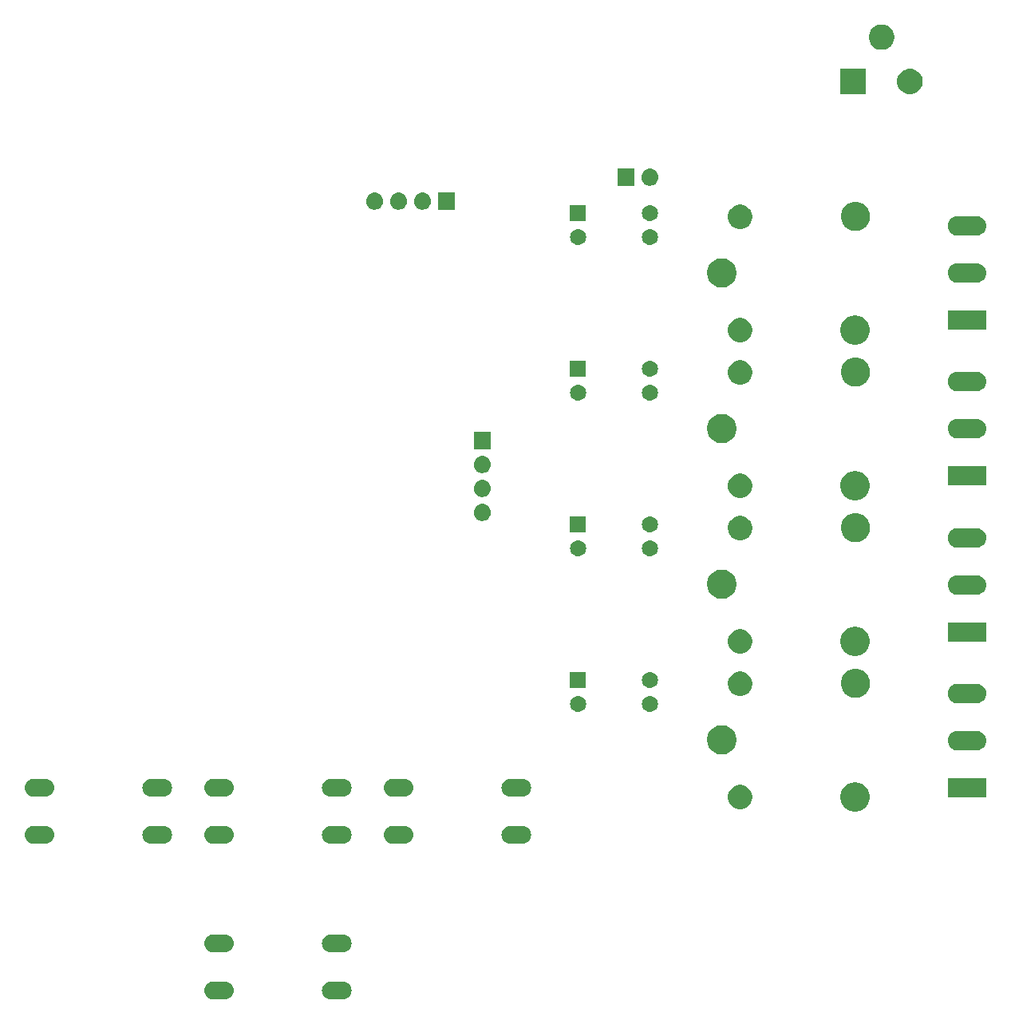
<source format=gbr>
G04 #@! TF.GenerationSoftware,KiCad,Pcbnew,5.0.2+dfsg1-1*
G04 #@! TF.CreationDate,2020-05-31T01:45:13+07:00*
G04 #@! TF.ProjectId,GatiHomeLampController,47617469-486f-46d6-954c-616d70436f6e,rev?*
G04 #@! TF.SameCoordinates,Original*
G04 #@! TF.FileFunction,Soldermask,Bot*
G04 #@! TF.FilePolarity,Negative*
%FSLAX46Y46*%
G04 Gerber Fmt 4.6, Leading zero omitted, Abs format (unit mm)*
G04 Created by KiCad (PCBNEW 5.0.2+dfsg1-1) date Sun 31 May 2020 01:45:13 AM WIB*
%MOMM*%
%LPD*%
G01*
G04 APERTURE LIST*
%ADD10C,0.100000*%
G04 APERTURE END LIST*
D10*
G36*
X121289694Y-129828633D02*
X121462094Y-129880931D01*
X121462096Y-129880932D01*
X121620983Y-129965859D01*
X121620985Y-129965860D01*
X121620984Y-129965860D01*
X121760249Y-130080151D01*
X121874540Y-130219416D01*
X121959469Y-130378306D01*
X122011767Y-130550706D01*
X122029425Y-130730000D01*
X122011767Y-130909294D01*
X121959469Y-131081694D01*
X121959468Y-131081696D01*
X121874541Y-131240583D01*
X121760249Y-131379849D01*
X121620983Y-131494141D01*
X121462096Y-131579068D01*
X121462094Y-131579069D01*
X121289694Y-131631367D01*
X121155331Y-131644600D01*
X119744669Y-131644600D01*
X119610306Y-131631367D01*
X119437906Y-131579069D01*
X119437904Y-131579068D01*
X119279017Y-131494141D01*
X119139751Y-131379849D01*
X119025459Y-131240583D01*
X118940532Y-131081696D01*
X118940531Y-131081694D01*
X118888233Y-130909294D01*
X118870575Y-130730000D01*
X118888233Y-130550706D01*
X118940531Y-130378306D01*
X119025460Y-130219416D01*
X119139751Y-130080151D01*
X119279016Y-129965860D01*
X119279015Y-129965860D01*
X119279017Y-129965859D01*
X119437904Y-129880932D01*
X119437906Y-129880931D01*
X119610306Y-129828633D01*
X119744669Y-129815400D01*
X121155331Y-129815400D01*
X121289694Y-129828633D01*
X121289694Y-129828633D01*
G37*
G36*
X108789694Y-129828633D02*
X108962094Y-129880931D01*
X108962096Y-129880932D01*
X109120983Y-129965859D01*
X109120985Y-129965860D01*
X109120984Y-129965860D01*
X109260249Y-130080151D01*
X109374540Y-130219416D01*
X109459469Y-130378306D01*
X109511767Y-130550706D01*
X109529425Y-130730000D01*
X109511767Y-130909294D01*
X109459469Y-131081694D01*
X109459468Y-131081696D01*
X109374541Y-131240583D01*
X109260249Y-131379849D01*
X109120983Y-131494141D01*
X108962096Y-131579068D01*
X108962094Y-131579069D01*
X108789694Y-131631367D01*
X108655331Y-131644600D01*
X107244669Y-131644600D01*
X107110306Y-131631367D01*
X106937906Y-131579069D01*
X106937904Y-131579068D01*
X106779017Y-131494141D01*
X106639751Y-131379849D01*
X106525459Y-131240583D01*
X106440532Y-131081696D01*
X106440531Y-131081694D01*
X106388233Y-130909294D01*
X106370575Y-130730000D01*
X106388233Y-130550706D01*
X106440531Y-130378306D01*
X106525460Y-130219416D01*
X106639751Y-130080151D01*
X106779016Y-129965860D01*
X106779015Y-129965860D01*
X106779017Y-129965859D01*
X106937904Y-129880932D01*
X106937906Y-129880931D01*
X107110306Y-129828633D01*
X107244669Y-129815400D01*
X108655331Y-129815400D01*
X108789694Y-129828633D01*
X108789694Y-129828633D01*
G37*
G36*
X108789694Y-124828633D02*
X108962094Y-124880931D01*
X108962096Y-124880932D01*
X109120983Y-124965859D01*
X109120985Y-124965860D01*
X109120984Y-124965860D01*
X109260249Y-125080151D01*
X109374540Y-125219416D01*
X109459469Y-125378306D01*
X109511767Y-125550706D01*
X109529425Y-125730000D01*
X109511767Y-125909294D01*
X109459469Y-126081694D01*
X109459468Y-126081696D01*
X109374541Y-126240583D01*
X109260249Y-126379849D01*
X109120983Y-126494141D01*
X108962096Y-126579068D01*
X108962094Y-126579069D01*
X108789694Y-126631367D01*
X108655331Y-126644600D01*
X107244669Y-126644600D01*
X107110306Y-126631367D01*
X106937906Y-126579069D01*
X106937904Y-126579068D01*
X106779017Y-126494141D01*
X106639751Y-126379849D01*
X106525459Y-126240583D01*
X106440532Y-126081696D01*
X106440531Y-126081694D01*
X106388233Y-125909294D01*
X106370575Y-125730000D01*
X106388233Y-125550706D01*
X106440531Y-125378306D01*
X106525460Y-125219416D01*
X106639751Y-125080151D01*
X106779016Y-124965860D01*
X106779015Y-124965860D01*
X106779017Y-124965859D01*
X106937904Y-124880932D01*
X106937906Y-124880931D01*
X107110306Y-124828633D01*
X107244669Y-124815400D01*
X108655331Y-124815400D01*
X108789694Y-124828633D01*
X108789694Y-124828633D01*
G37*
G36*
X121289694Y-124828633D02*
X121462094Y-124880931D01*
X121462096Y-124880932D01*
X121620983Y-124965859D01*
X121620985Y-124965860D01*
X121620984Y-124965860D01*
X121760249Y-125080151D01*
X121874540Y-125219416D01*
X121959469Y-125378306D01*
X122011767Y-125550706D01*
X122029425Y-125730000D01*
X122011767Y-125909294D01*
X121959469Y-126081694D01*
X121959468Y-126081696D01*
X121874541Y-126240583D01*
X121760249Y-126379849D01*
X121620983Y-126494141D01*
X121462096Y-126579068D01*
X121462094Y-126579069D01*
X121289694Y-126631367D01*
X121155331Y-126644600D01*
X119744669Y-126644600D01*
X119610306Y-126631367D01*
X119437906Y-126579069D01*
X119437904Y-126579068D01*
X119279017Y-126494141D01*
X119139751Y-126379849D01*
X119025459Y-126240583D01*
X118940532Y-126081696D01*
X118940531Y-126081694D01*
X118888233Y-125909294D01*
X118870575Y-125730000D01*
X118888233Y-125550706D01*
X118940531Y-125378306D01*
X119025460Y-125219416D01*
X119139751Y-125080151D01*
X119279016Y-124965860D01*
X119279015Y-124965860D01*
X119279017Y-124965859D01*
X119437904Y-124880932D01*
X119437906Y-124880931D01*
X119610306Y-124828633D01*
X119744669Y-124815400D01*
X121155331Y-124815400D01*
X121289694Y-124828633D01*
X121289694Y-124828633D01*
G37*
G36*
X102239694Y-113318633D02*
X102412094Y-113370931D01*
X102412096Y-113370932D01*
X102570983Y-113455859D01*
X102570985Y-113455860D01*
X102570984Y-113455860D01*
X102710249Y-113570151D01*
X102824540Y-113709416D01*
X102909469Y-113868306D01*
X102961767Y-114040706D01*
X102979425Y-114220000D01*
X102961767Y-114399294D01*
X102909469Y-114571694D01*
X102909468Y-114571696D01*
X102824541Y-114730583D01*
X102710249Y-114869849D01*
X102570983Y-114984141D01*
X102412096Y-115069068D01*
X102412094Y-115069069D01*
X102239694Y-115121367D01*
X102105331Y-115134600D01*
X100694669Y-115134600D01*
X100560306Y-115121367D01*
X100387906Y-115069069D01*
X100387904Y-115069068D01*
X100229017Y-114984141D01*
X100089751Y-114869849D01*
X99975459Y-114730583D01*
X99890532Y-114571696D01*
X99890531Y-114571694D01*
X99838233Y-114399294D01*
X99820575Y-114220000D01*
X99838233Y-114040706D01*
X99890531Y-113868306D01*
X99975460Y-113709416D01*
X100089751Y-113570151D01*
X100229016Y-113455860D01*
X100229015Y-113455860D01*
X100229017Y-113455859D01*
X100387904Y-113370932D01*
X100387906Y-113370931D01*
X100560306Y-113318633D01*
X100694669Y-113305400D01*
X102105331Y-113305400D01*
X102239694Y-113318633D01*
X102239694Y-113318633D01*
G37*
G36*
X89739694Y-113318633D02*
X89912094Y-113370931D01*
X89912096Y-113370932D01*
X90070983Y-113455859D01*
X90070985Y-113455860D01*
X90070984Y-113455860D01*
X90210249Y-113570151D01*
X90324540Y-113709416D01*
X90409469Y-113868306D01*
X90461767Y-114040706D01*
X90479425Y-114220000D01*
X90461767Y-114399294D01*
X90409469Y-114571694D01*
X90409468Y-114571696D01*
X90324541Y-114730583D01*
X90210249Y-114869849D01*
X90070983Y-114984141D01*
X89912096Y-115069068D01*
X89912094Y-115069069D01*
X89739694Y-115121367D01*
X89605331Y-115134600D01*
X88194669Y-115134600D01*
X88060306Y-115121367D01*
X87887906Y-115069069D01*
X87887904Y-115069068D01*
X87729017Y-114984141D01*
X87589751Y-114869849D01*
X87475459Y-114730583D01*
X87390532Y-114571696D01*
X87390531Y-114571694D01*
X87338233Y-114399294D01*
X87320575Y-114220000D01*
X87338233Y-114040706D01*
X87390531Y-113868306D01*
X87475460Y-113709416D01*
X87589751Y-113570151D01*
X87729016Y-113455860D01*
X87729015Y-113455860D01*
X87729017Y-113455859D01*
X87887904Y-113370932D01*
X87887906Y-113370931D01*
X88060306Y-113318633D01*
X88194669Y-113305400D01*
X89605331Y-113305400D01*
X89739694Y-113318633D01*
X89739694Y-113318633D01*
G37*
G36*
X108789694Y-113318633D02*
X108962094Y-113370931D01*
X108962096Y-113370932D01*
X109120983Y-113455859D01*
X109120985Y-113455860D01*
X109120984Y-113455860D01*
X109260249Y-113570151D01*
X109374540Y-113709416D01*
X109459469Y-113868306D01*
X109511767Y-114040706D01*
X109529425Y-114220000D01*
X109511767Y-114399294D01*
X109459469Y-114571694D01*
X109459468Y-114571696D01*
X109374541Y-114730583D01*
X109260249Y-114869849D01*
X109120983Y-114984141D01*
X108962096Y-115069068D01*
X108962094Y-115069069D01*
X108789694Y-115121367D01*
X108655331Y-115134600D01*
X107244669Y-115134600D01*
X107110306Y-115121367D01*
X106937906Y-115069069D01*
X106937904Y-115069068D01*
X106779017Y-114984141D01*
X106639751Y-114869849D01*
X106525459Y-114730583D01*
X106440532Y-114571696D01*
X106440531Y-114571694D01*
X106388233Y-114399294D01*
X106370575Y-114220000D01*
X106388233Y-114040706D01*
X106440531Y-113868306D01*
X106525460Y-113709416D01*
X106639751Y-113570151D01*
X106779016Y-113455860D01*
X106779015Y-113455860D01*
X106779017Y-113455859D01*
X106937904Y-113370932D01*
X106937906Y-113370931D01*
X107110306Y-113318633D01*
X107244669Y-113305400D01*
X108655331Y-113305400D01*
X108789694Y-113318633D01*
X108789694Y-113318633D01*
G37*
G36*
X121289694Y-113318633D02*
X121462094Y-113370931D01*
X121462096Y-113370932D01*
X121620983Y-113455859D01*
X121620985Y-113455860D01*
X121620984Y-113455860D01*
X121760249Y-113570151D01*
X121874540Y-113709416D01*
X121959469Y-113868306D01*
X122011767Y-114040706D01*
X122029425Y-114220000D01*
X122011767Y-114399294D01*
X121959469Y-114571694D01*
X121959468Y-114571696D01*
X121874541Y-114730583D01*
X121760249Y-114869849D01*
X121620983Y-114984141D01*
X121462096Y-115069068D01*
X121462094Y-115069069D01*
X121289694Y-115121367D01*
X121155331Y-115134600D01*
X119744669Y-115134600D01*
X119610306Y-115121367D01*
X119437906Y-115069069D01*
X119437904Y-115069068D01*
X119279017Y-114984141D01*
X119139751Y-114869849D01*
X119025459Y-114730583D01*
X118940532Y-114571696D01*
X118940531Y-114571694D01*
X118888233Y-114399294D01*
X118870575Y-114220000D01*
X118888233Y-114040706D01*
X118940531Y-113868306D01*
X119025460Y-113709416D01*
X119139751Y-113570151D01*
X119279016Y-113455860D01*
X119279015Y-113455860D01*
X119279017Y-113455859D01*
X119437904Y-113370932D01*
X119437906Y-113370931D01*
X119610306Y-113318633D01*
X119744669Y-113305400D01*
X121155331Y-113305400D01*
X121289694Y-113318633D01*
X121289694Y-113318633D01*
G37*
G36*
X140339694Y-113318633D02*
X140512094Y-113370931D01*
X140512096Y-113370932D01*
X140670983Y-113455859D01*
X140670985Y-113455860D01*
X140670984Y-113455860D01*
X140810249Y-113570151D01*
X140924540Y-113709416D01*
X141009469Y-113868306D01*
X141061767Y-114040706D01*
X141079425Y-114220000D01*
X141061767Y-114399294D01*
X141009469Y-114571694D01*
X141009468Y-114571696D01*
X140924541Y-114730583D01*
X140810249Y-114869849D01*
X140670983Y-114984141D01*
X140512096Y-115069068D01*
X140512094Y-115069069D01*
X140339694Y-115121367D01*
X140205331Y-115134600D01*
X138794669Y-115134600D01*
X138660306Y-115121367D01*
X138487906Y-115069069D01*
X138487904Y-115069068D01*
X138329017Y-114984141D01*
X138189751Y-114869849D01*
X138075459Y-114730583D01*
X137990532Y-114571696D01*
X137990531Y-114571694D01*
X137938233Y-114399294D01*
X137920575Y-114220000D01*
X137938233Y-114040706D01*
X137990531Y-113868306D01*
X138075460Y-113709416D01*
X138189751Y-113570151D01*
X138329016Y-113455860D01*
X138329015Y-113455860D01*
X138329017Y-113455859D01*
X138487904Y-113370932D01*
X138487906Y-113370931D01*
X138660306Y-113318633D01*
X138794669Y-113305400D01*
X140205331Y-113305400D01*
X140339694Y-113318633D01*
X140339694Y-113318633D01*
G37*
G36*
X127839694Y-113318633D02*
X128012094Y-113370931D01*
X128012096Y-113370932D01*
X128170983Y-113455859D01*
X128170985Y-113455860D01*
X128170984Y-113455860D01*
X128310249Y-113570151D01*
X128424540Y-113709416D01*
X128509469Y-113868306D01*
X128561767Y-114040706D01*
X128579425Y-114220000D01*
X128561767Y-114399294D01*
X128509469Y-114571694D01*
X128509468Y-114571696D01*
X128424541Y-114730583D01*
X128310249Y-114869849D01*
X128170983Y-114984141D01*
X128012096Y-115069068D01*
X128012094Y-115069069D01*
X127839694Y-115121367D01*
X127705331Y-115134600D01*
X126294669Y-115134600D01*
X126160306Y-115121367D01*
X125987906Y-115069069D01*
X125987904Y-115069068D01*
X125829017Y-114984141D01*
X125689751Y-114869849D01*
X125575459Y-114730583D01*
X125490532Y-114571696D01*
X125490531Y-114571694D01*
X125438233Y-114399294D01*
X125420575Y-114220000D01*
X125438233Y-114040706D01*
X125490531Y-113868306D01*
X125575460Y-113709416D01*
X125689751Y-113570151D01*
X125829016Y-113455860D01*
X125829015Y-113455860D01*
X125829017Y-113455859D01*
X125987904Y-113370932D01*
X125987906Y-113370931D01*
X126160306Y-113318633D01*
X126294669Y-113305400D01*
X127705331Y-113305400D01*
X127839694Y-113318633D01*
X127839694Y-113318633D01*
G37*
G36*
X175792527Y-108678736D02*
X175892410Y-108698604D01*
X176174674Y-108815521D01*
X176428705Y-108985259D01*
X176644741Y-109201295D01*
X176814479Y-109455326D01*
X176931396Y-109737590D01*
X176991000Y-110037240D01*
X176991000Y-110342760D01*
X176931396Y-110642410D01*
X176814479Y-110924674D01*
X176644741Y-111178705D01*
X176428705Y-111394741D01*
X176174674Y-111564479D01*
X175892410Y-111681396D01*
X175792527Y-111701264D01*
X175592762Y-111741000D01*
X175287238Y-111741000D01*
X175087473Y-111701264D01*
X174987590Y-111681396D01*
X174705326Y-111564479D01*
X174451295Y-111394741D01*
X174235259Y-111178705D01*
X174065521Y-110924674D01*
X173948604Y-110642410D01*
X173889000Y-110342760D01*
X173889000Y-110037240D01*
X173948604Y-109737590D01*
X174065521Y-109455326D01*
X174235259Y-109201295D01*
X174451295Y-108985259D01*
X174705326Y-108815521D01*
X174987590Y-108698604D01*
X175087473Y-108678736D01*
X175287238Y-108639000D01*
X175592762Y-108639000D01*
X175792527Y-108678736D01*
X175792527Y-108678736D01*
G37*
G36*
X163619485Y-108938996D02*
X163619487Y-108938997D01*
X163619488Y-108938997D01*
X163856255Y-109037069D01*
X164069342Y-109179449D01*
X164250551Y-109360658D01*
X164392931Y-109573745D01*
X164491004Y-109810515D01*
X164541000Y-110061861D01*
X164541000Y-110318139D01*
X164491004Y-110569485D01*
X164392931Y-110806255D01*
X164250551Y-111019342D01*
X164069342Y-111200551D01*
X164069339Y-111200553D01*
X163856255Y-111342931D01*
X163619488Y-111441003D01*
X163619487Y-111441003D01*
X163619485Y-111441004D01*
X163368139Y-111491000D01*
X163111861Y-111491000D01*
X162860515Y-111441004D01*
X162860513Y-111441003D01*
X162860512Y-111441003D01*
X162623745Y-111342931D01*
X162410661Y-111200553D01*
X162410658Y-111200551D01*
X162229449Y-111019342D01*
X162087069Y-110806255D01*
X161988996Y-110569485D01*
X161939000Y-110318139D01*
X161939000Y-110061861D01*
X161988996Y-109810515D01*
X162087069Y-109573745D01*
X162229449Y-109360658D01*
X162410658Y-109179449D01*
X162623745Y-109037069D01*
X162860512Y-108938997D01*
X162860513Y-108938997D01*
X162860515Y-108938996D01*
X163111861Y-108889000D01*
X163368139Y-108889000D01*
X163619485Y-108938996D01*
X163619485Y-108938996D01*
G37*
G36*
X189356000Y-110261000D02*
X185294000Y-110261000D01*
X185294000Y-108179000D01*
X189356000Y-108179000D01*
X189356000Y-110261000D01*
X189356000Y-110261000D01*
G37*
G36*
X89739694Y-108318633D02*
X89912094Y-108370931D01*
X89912096Y-108370932D01*
X90070983Y-108455859D01*
X90070985Y-108455860D01*
X90070984Y-108455860D01*
X90210249Y-108570151D01*
X90324540Y-108709416D01*
X90409469Y-108868306D01*
X90461767Y-109040706D01*
X90479425Y-109220000D01*
X90461767Y-109399294D01*
X90409469Y-109571694D01*
X90409468Y-109571696D01*
X90324541Y-109730583D01*
X90210249Y-109869849D01*
X90070983Y-109984141D01*
X89912096Y-110069068D01*
X89912094Y-110069069D01*
X89739694Y-110121367D01*
X89605331Y-110134600D01*
X88194669Y-110134600D01*
X88060306Y-110121367D01*
X87887906Y-110069069D01*
X87887904Y-110069068D01*
X87729017Y-109984141D01*
X87589751Y-109869849D01*
X87475459Y-109730583D01*
X87390532Y-109571696D01*
X87390531Y-109571694D01*
X87338233Y-109399294D01*
X87320575Y-109220000D01*
X87338233Y-109040706D01*
X87390531Y-108868306D01*
X87475460Y-108709416D01*
X87589751Y-108570151D01*
X87729016Y-108455860D01*
X87729015Y-108455860D01*
X87729017Y-108455859D01*
X87887904Y-108370932D01*
X87887906Y-108370931D01*
X88060306Y-108318633D01*
X88194669Y-108305400D01*
X89605331Y-108305400D01*
X89739694Y-108318633D01*
X89739694Y-108318633D01*
G37*
G36*
X140339694Y-108318633D02*
X140512094Y-108370931D01*
X140512096Y-108370932D01*
X140670983Y-108455859D01*
X140670985Y-108455860D01*
X140670984Y-108455860D01*
X140810249Y-108570151D01*
X140924540Y-108709416D01*
X141009469Y-108868306D01*
X141061767Y-109040706D01*
X141079425Y-109220000D01*
X141061767Y-109399294D01*
X141009469Y-109571694D01*
X141009468Y-109571696D01*
X140924541Y-109730583D01*
X140810249Y-109869849D01*
X140670983Y-109984141D01*
X140512096Y-110069068D01*
X140512094Y-110069069D01*
X140339694Y-110121367D01*
X140205331Y-110134600D01*
X138794669Y-110134600D01*
X138660306Y-110121367D01*
X138487906Y-110069069D01*
X138487904Y-110069068D01*
X138329017Y-109984141D01*
X138189751Y-109869849D01*
X138075459Y-109730583D01*
X137990532Y-109571696D01*
X137990531Y-109571694D01*
X137938233Y-109399294D01*
X137920575Y-109220000D01*
X137938233Y-109040706D01*
X137990531Y-108868306D01*
X138075460Y-108709416D01*
X138189751Y-108570151D01*
X138329016Y-108455860D01*
X138329015Y-108455860D01*
X138329017Y-108455859D01*
X138487904Y-108370932D01*
X138487906Y-108370931D01*
X138660306Y-108318633D01*
X138794669Y-108305400D01*
X140205331Y-108305400D01*
X140339694Y-108318633D01*
X140339694Y-108318633D01*
G37*
G36*
X127839694Y-108318633D02*
X128012094Y-108370931D01*
X128012096Y-108370932D01*
X128170983Y-108455859D01*
X128170985Y-108455860D01*
X128170984Y-108455860D01*
X128310249Y-108570151D01*
X128424540Y-108709416D01*
X128509469Y-108868306D01*
X128561767Y-109040706D01*
X128579425Y-109220000D01*
X128561767Y-109399294D01*
X128509469Y-109571694D01*
X128509468Y-109571696D01*
X128424541Y-109730583D01*
X128310249Y-109869849D01*
X128170983Y-109984141D01*
X128012096Y-110069068D01*
X128012094Y-110069069D01*
X127839694Y-110121367D01*
X127705331Y-110134600D01*
X126294669Y-110134600D01*
X126160306Y-110121367D01*
X125987906Y-110069069D01*
X125987904Y-110069068D01*
X125829017Y-109984141D01*
X125689751Y-109869849D01*
X125575459Y-109730583D01*
X125490532Y-109571696D01*
X125490531Y-109571694D01*
X125438233Y-109399294D01*
X125420575Y-109220000D01*
X125438233Y-109040706D01*
X125490531Y-108868306D01*
X125575460Y-108709416D01*
X125689751Y-108570151D01*
X125829016Y-108455860D01*
X125829015Y-108455860D01*
X125829017Y-108455859D01*
X125987904Y-108370932D01*
X125987906Y-108370931D01*
X126160306Y-108318633D01*
X126294669Y-108305400D01*
X127705331Y-108305400D01*
X127839694Y-108318633D01*
X127839694Y-108318633D01*
G37*
G36*
X121289694Y-108318633D02*
X121462094Y-108370931D01*
X121462096Y-108370932D01*
X121620983Y-108455859D01*
X121620985Y-108455860D01*
X121620984Y-108455860D01*
X121760249Y-108570151D01*
X121874540Y-108709416D01*
X121959469Y-108868306D01*
X122011767Y-109040706D01*
X122029425Y-109220000D01*
X122011767Y-109399294D01*
X121959469Y-109571694D01*
X121959468Y-109571696D01*
X121874541Y-109730583D01*
X121760249Y-109869849D01*
X121620983Y-109984141D01*
X121462096Y-110069068D01*
X121462094Y-110069069D01*
X121289694Y-110121367D01*
X121155331Y-110134600D01*
X119744669Y-110134600D01*
X119610306Y-110121367D01*
X119437906Y-110069069D01*
X119437904Y-110069068D01*
X119279017Y-109984141D01*
X119139751Y-109869849D01*
X119025459Y-109730583D01*
X118940532Y-109571696D01*
X118940531Y-109571694D01*
X118888233Y-109399294D01*
X118870575Y-109220000D01*
X118888233Y-109040706D01*
X118940531Y-108868306D01*
X119025460Y-108709416D01*
X119139751Y-108570151D01*
X119279016Y-108455860D01*
X119279015Y-108455860D01*
X119279017Y-108455859D01*
X119437904Y-108370932D01*
X119437906Y-108370931D01*
X119610306Y-108318633D01*
X119744669Y-108305400D01*
X121155331Y-108305400D01*
X121289694Y-108318633D01*
X121289694Y-108318633D01*
G37*
G36*
X108789694Y-108318633D02*
X108962094Y-108370931D01*
X108962096Y-108370932D01*
X109120983Y-108455859D01*
X109120985Y-108455860D01*
X109120984Y-108455860D01*
X109260249Y-108570151D01*
X109374540Y-108709416D01*
X109459469Y-108868306D01*
X109511767Y-109040706D01*
X109529425Y-109220000D01*
X109511767Y-109399294D01*
X109459469Y-109571694D01*
X109459468Y-109571696D01*
X109374541Y-109730583D01*
X109260249Y-109869849D01*
X109120983Y-109984141D01*
X108962096Y-110069068D01*
X108962094Y-110069069D01*
X108789694Y-110121367D01*
X108655331Y-110134600D01*
X107244669Y-110134600D01*
X107110306Y-110121367D01*
X106937906Y-110069069D01*
X106937904Y-110069068D01*
X106779017Y-109984141D01*
X106639751Y-109869849D01*
X106525459Y-109730583D01*
X106440532Y-109571696D01*
X106440531Y-109571694D01*
X106388233Y-109399294D01*
X106370575Y-109220000D01*
X106388233Y-109040706D01*
X106440531Y-108868306D01*
X106525460Y-108709416D01*
X106639751Y-108570151D01*
X106779016Y-108455860D01*
X106779015Y-108455860D01*
X106779017Y-108455859D01*
X106937904Y-108370932D01*
X106937906Y-108370931D01*
X107110306Y-108318633D01*
X107244669Y-108305400D01*
X108655331Y-108305400D01*
X108789694Y-108318633D01*
X108789694Y-108318633D01*
G37*
G36*
X102239694Y-108318633D02*
X102412094Y-108370931D01*
X102412096Y-108370932D01*
X102570983Y-108455859D01*
X102570985Y-108455860D01*
X102570984Y-108455860D01*
X102710249Y-108570151D01*
X102824540Y-108709416D01*
X102909469Y-108868306D01*
X102961767Y-109040706D01*
X102979425Y-109220000D01*
X102961767Y-109399294D01*
X102909469Y-109571694D01*
X102909468Y-109571696D01*
X102824541Y-109730583D01*
X102710249Y-109869849D01*
X102570983Y-109984141D01*
X102412096Y-110069068D01*
X102412094Y-110069069D01*
X102239694Y-110121367D01*
X102105331Y-110134600D01*
X100694669Y-110134600D01*
X100560306Y-110121367D01*
X100387906Y-110069069D01*
X100387904Y-110069068D01*
X100229017Y-109984141D01*
X100089751Y-109869849D01*
X99975459Y-109730583D01*
X99890532Y-109571696D01*
X99890531Y-109571694D01*
X99838233Y-109399294D01*
X99820575Y-109220000D01*
X99838233Y-109040706D01*
X99890531Y-108868306D01*
X99975460Y-108709416D01*
X100089751Y-108570151D01*
X100229016Y-108455860D01*
X100229015Y-108455860D01*
X100229017Y-108455859D01*
X100387904Y-108370932D01*
X100387906Y-108370931D01*
X100560306Y-108318633D01*
X100694669Y-108305400D01*
X102105331Y-108305400D01*
X102239694Y-108318633D01*
X102239694Y-108318633D01*
G37*
G36*
X161642527Y-102628736D02*
X161742410Y-102648604D01*
X162024674Y-102765521D01*
X162278705Y-102935259D01*
X162494741Y-103151295D01*
X162664479Y-103405326D01*
X162761208Y-103638852D01*
X162781396Y-103687591D01*
X162841000Y-103987238D01*
X162841000Y-104292762D01*
X162801264Y-104492527D01*
X162781396Y-104592410D01*
X162664479Y-104874674D01*
X162494741Y-105128705D01*
X162278705Y-105344741D01*
X162024674Y-105514479D01*
X161742410Y-105631396D01*
X161642527Y-105651264D01*
X161442762Y-105691000D01*
X161137238Y-105691000D01*
X160937473Y-105651264D01*
X160837590Y-105631396D01*
X160555326Y-105514479D01*
X160301295Y-105344741D01*
X160085259Y-105128705D01*
X159915521Y-104874674D01*
X159798604Y-104592410D01*
X159778736Y-104492527D01*
X159739000Y-104292762D01*
X159739000Y-103987238D01*
X159798604Y-103687591D01*
X159818792Y-103638852D01*
X159915521Y-103405326D01*
X160085259Y-103151295D01*
X160301295Y-102935259D01*
X160555326Y-102765521D01*
X160837590Y-102648604D01*
X160937473Y-102628736D01*
X161137238Y-102589000D01*
X161442762Y-102589000D01*
X161642527Y-102628736D01*
X161642527Y-102628736D01*
G37*
G36*
X188417112Y-103184021D02*
X188519072Y-103194063D01*
X188649891Y-103233747D01*
X188715302Y-103253589D01*
X188896148Y-103350254D01*
X189054659Y-103480341D01*
X189184746Y-103638852D01*
X189281411Y-103819698D01*
X189281411Y-103819699D01*
X189340937Y-104015928D01*
X189361036Y-104220000D01*
X189340937Y-104424072D01*
X189301253Y-104554891D01*
X189281411Y-104620302D01*
X189184746Y-104801148D01*
X189054659Y-104959659D01*
X188896148Y-105089746D01*
X188715302Y-105186411D01*
X188649891Y-105206253D01*
X188519072Y-105245937D01*
X188417112Y-105255979D01*
X188366133Y-105261000D01*
X186283867Y-105261000D01*
X186232888Y-105255979D01*
X186130928Y-105245937D01*
X186000109Y-105206253D01*
X185934698Y-105186411D01*
X185753852Y-105089746D01*
X185595341Y-104959659D01*
X185465254Y-104801148D01*
X185368589Y-104620302D01*
X185348747Y-104554891D01*
X185309063Y-104424072D01*
X185288964Y-104220000D01*
X185309063Y-104015928D01*
X185368589Y-103819699D01*
X185368589Y-103819698D01*
X185465254Y-103638852D01*
X185595341Y-103480341D01*
X185753852Y-103350254D01*
X185934698Y-103253589D01*
X186000109Y-103233747D01*
X186130928Y-103194063D01*
X186232888Y-103184021D01*
X186283867Y-103179000D01*
X188366133Y-103179000D01*
X188417112Y-103184021D01*
X188417112Y-103184021D01*
G37*
G36*
X146216821Y-99491313D02*
X146216824Y-99491314D01*
X146216825Y-99491314D01*
X146377239Y-99539975D01*
X146377241Y-99539976D01*
X146377244Y-99539977D01*
X146525078Y-99618995D01*
X146654659Y-99725341D01*
X146761005Y-99854922D01*
X146840023Y-100002756D01*
X146840024Y-100002759D01*
X146840025Y-100002761D01*
X146866412Y-100089747D01*
X146888687Y-100163179D01*
X146905117Y-100330000D01*
X146888687Y-100496821D01*
X146840023Y-100657244D01*
X146761005Y-100805078D01*
X146654659Y-100934659D01*
X146525078Y-101041005D01*
X146377244Y-101120023D01*
X146377241Y-101120024D01*
X146377239Y-101120025D01*
X146216825Y-101168686D01*
X146216824Y-101168686D01*
X146216821Y-101168687D01*
X146091804Y-101181000D01*
X146008196Y-101181000D01*
X145883179Y-101168687D01*
X145883176Y-101168686D01*
X145883175Y-101168686D01*
X145722761Y-101120025D01*
X145722759Y-101120024D01*
X145722756Y-101120023D01*
X145574922Y-101041005D01*
X145445341Y-100934659D01*
X145338995Y-100805078D01*
X145259977Y-100657244D01*
X145211313Y-100496821D01*
X145194883Y-100330000D01*
X145211313Y-100163179D01*
X145233588Y-100089747D01*
X145259975Y-100002761D01*
X145259976Y-100002759D01*
X145259977Y-100002756D01*
X145338995Y-99854922D01*
X145445341Y-99725341D01*
X145574922Y-99618995D01*
X145722756Y-99539977D01*
X145722759Y-99539976D01*
X145722761Y-99539975D01*
X145883175Y-99491314D01*
X145883176Y-99491314D01*
X145883179Y-99491313D01*
X146008196Y-99479000D01*
X146091804Y-99479000D01*
X146216821Y-99491313D01*
X146216821Y-99491313D01*
G37*
G36*
X153836821Y-99491313D02*
X153836824Y-99491314D01*
X153836825Y-99491314D01*
X153997239Y-99539975D01*
X153997241Y-99539976D01*
X153997244Y-99539977D01*
X154145078Y-99618995D01*
X154274659Y-99725341D01*
X154381005Y-99854922D01*
X154460023Y-100002756D01*
X154460024Y-100002759D01*
X154460025Y-100002761D01*
X154486412Y-100089747D01*
X154508687Y-100163179D01*
X154525117Y-100330000D01*
X154508687Y-100496821D01*
X154460023Y-100657244D01*
X154381005Y-100805078D01*
X154274659Y-100934659D01*
X154145078Y-101041005D01*
X153997244Y-101120023D01*
X153997241Y-101120024D01*
X153997239Y-101120025D01*
X153836825Y-101168686D01*
X153836824Y-101168686D01*
X153836821Y-101168687D01*
X153711804Y-101181000D01*
X153628196Y-101181000D01*
X153503179Y-101168687D01*
X153503176Y-101168686D01*
X153503175Y-101168686D01*
X153342761Y-101120025D01*
X153342759Y-101120024D01*
X153342756Y-101120023D01*
X153194922Y-101041005D01*
X153065341Y-100934659D01*
X152958995Y-100805078D01*
X152879977Y-100657244D01*
X152831313Y-100496821D01*
X152814883Y-100330000D01*
X152831313Y-100163179D01*
X152853588Y-100089747D01*
X152879975Y-100002761D01*
X152879976Y-100002759D01*
X152879977Y-100002756D01*
X152958995Y-99854922D01*
X153065341Y-99725341D01*
X153194922Y-99618995D01*
X153342756Y-99539977D01*
X153342759Y-99539976D01*
X153342761Y-99539975D01*
X153503175Y-99491314D01*
X153503176Y-99491314D01*
X153503179Y-99491313D01*
X153628196Y-99479000D01*
X153711804Y-99479000D01*
X153836821Y-99491313D01*
X153836821Y-99491313D01*
G37*
G36*
X188417112Y-98184021D02*
X188519072Y-98194063D01*
X188649891Y-98233747D01*
X188715302Y-98253589D01*
X188896148Y-98350254D01*
X189054659Y-98480341D01*
X189184746Y-98638852D01*
X189281411Y-98819698D01*
X189281411Y-98819699D01*
X189340937Y-99015928D01*
X189361036Y-99220000D01*
X189340937Y-99424072D01*
X189320634Y-99491000D01*
X189281411Y-99620302D01*
X189184746Y-99801148D01*
X189054659Y-99959659D01*
X188896148Y-100089746D01*
X188715302Y-100186411D01*
X188649891Y-100206253D01*
X188519072Y-100245937D01*
X188417112Y-100255979D01*
X188366133Y-100261000D01*
X186283867Y-100261000D01*
X186232888Y-100255979D01*
X186130928Y-100245937D01*
X186000109Y-100206253D01*
X185934698Y-100186411D01*
X185753852Y-100089746D01*
X185595341Y-99959659D01*
X185465254Y-99801148D01*
X185368589Y-99620302D01*
X185329366Y-99491000D01*
X185309063Y-99424072D01*
X185288964Y-99220000D01*
X185309063Y-99015928D01*
X185368589Y-98819699D01*
X185368589Y-98819698D01*
X185465254Y-98638852D01*
X185595341Y-98480341D01*
X185753852Y-98350254D01*
X185934698Y-98253589D01*
X186000109Y-98233747D01*
X186130928Y-98194063D01*
X186232888Y-98184021D01*
X186283867Y-98179000D01*
X188366133Y-98179000D01*
X188417112Y-98184021D01*
X188417112Y-98184021D01*
G37*
G36*
X175842527Y-96628736D02*
X175942410Y-96648604D01*
X176224674Y-96765521D01*
X176478705Y-96935259D01*
X176694741Y-97151295D01*
X176864479Y-97405326D01*
X176954716Y-97623179D01*
X176981396Y-97687591D01*
X177041000Y-97987238D01*
X177041000Y-98292762D01*
X177035952Y-98318139D01*
X176981396Y-98592410D01*
X176864479Y-98874674D01*
X176694741Y-99128705D01*
X176478705Y-99344741D01*
X176224674Y-99514479D01*
X175942410Y-99631396D01*
X175842527Y-99651264D01*
X175642762Y-99691000D01*
X175337238Y-99691000D01*
X175137473Y-99651264D01*
X175037590Y-99631396D01*
X174755326Y-99514479D01*
X174501295Y-99344741D01*
X174285259Y-99128705D01*
X174115521Y-98874674D01*
X173998604Y-98592410D01*
X173944048Y-98318139D01*
X173939000Y-98292762D01*
X173939000Y-97987238D01*
X173998604Y-97687591D01*
X174025284Y-97623179D01*
X174115521Y-97405326D01*
X174285259Y-97151295D01*
X174501295Y-96935259D01*
X174755326Y-96765521D01*
X175037590Y-96648604D01*
X175137473Y-96628736D01*
X175337238Y-96589000D01*
X175642762Y-96589000D01*
X175842527Y-96628736D01*
X175842527Y-96628736D01*
G37*
G36*
X163619485Y-96938996D02*
X163619487Y-96938997D01*
X163619488Y-96938997D01*
X163766702Y-96999975D01*
X163856255Y-97037069D01*
X164069342Y-97179449D01*
X164250551Y-97360658D01*
X164318771Y-97462756D01*
X164392931Y-97573745D01*
X164482507Y-97790000D01*
X164491004Y-97810515D01*
X164541000Y-98061861D01*
X164541000Y-98318139D01*
X164504626Y-98501005D01*
X164491003Y-98569488D01*
X164462271Y-98638854D01*
X164392931Y-98806255D01*
X164250551Y-99019342D01*
X164069342Y-99200551D01*
X164069339Y-99200553D01*
X163856255Y-99342931D01*
X163619488Y-99441003D01*
X163619487Y-99441003D01*
X163619485Y-99441004D01*
X163368139Y-99491000D01*
X163111861Y-99491000D01*
X162860515Y-99441004D01*
X162860513Y-99441003D01*
X162860512Y-99441003D01*
X162623745Y-99342931D01*
X162410661Y-99200553D01*
X162410658Y-99200551D01*
X162229449Y-99019342D01*
X162087069Y-98806255D01*
X162017729Y-98638854D01*
X161988997Y-98569488D01*
X161975375Y-98501005D01*
X161939000Y-98318139D01*
X161939000Y-98061861D01*
X161988996Y-97810515D01*
X161997494Y-97790000D01*
X162087069Y-97573745D01*
X162161229Y-97462756D01*
X162229449Y-97360658D01*
X162410658Y-97179449D01*
X162623745Y-97037069D01*
X162713298Y-96999975D01*
X162860512Y-96938997D01*
X162860513Y-96938997D01*
X162860515Y-96938996D01*
X163111861Y-96889000D01*
X163368139Y-96889000D01*
X163619485Y-96938996D01*
X163619485Y-96938996D01*
G37*
G36*
X153836821Y-96951313D02*
X153836824Y-96951314D01*
X153836825Y-96951314D01*
X153997239Y-96999975D01*
X153997241Y-96999976D01*
X153997244Y-96999977D01*
X154145078Y-97078995D01*
X154274659Y-97185341D01*
X154381005Y-97314922D01*
X154460023Y-97462756D01*
X154460024Y-97462759D01*
X154460025Y-97462761D01*
X154508686Y-97623175D01*
X154508687Y-97623179D01*
X154525117Y-97790000D01*
X154508687Y-97956821D01*
X154508686Y-97956824D01*
X154508686Y-97956825D01*
X154476824Y-98061861D01*
X154460023Y-98117244D01*
X154381005Y-98265078D01*
X154274659Y-98394659D01*
X154145078Y-98501005D01*
X153997244Y-98580023D01*
X153997241Y-98580024D01*
X153997239Y-98580025D01*
X153836825Y-98628686D01*
X153836824Y-98628686D01*
X153836821Y-98628687D01*
X153711804Y-98641000D01*
X153628196Y-98641000D01*
X153503179Y-98628687D01*
X153503176Y-98628686D01*
X153503175Y-98628686D01*
X153342761Y-98580025D01*
X153342759Y-98580024D01*
X153342756Y-98580023D01*
X153194922Y-98501005D01*
X153065341Y-98394659D01*
X152958995Y-98265078D01*
X152879977Y-98117244D01*
X152863177Y-98061861D01*
X152831314Y-97956825D01*
X152831314Y-97956824D01*
X152831313Y-97956821D01*
X152814883Y-97790000D01*
X152831313Y-97623179D01*
X152831314Y-97623175D01*
X152879975Y-97462761D01*
X152879976Y-97462759D01*
X152879977Y-97462756D01*
X152958995Y-97314922D01*
X153065341Y-97185341D01*
X153194922Y-97078995D01*
X153342756Y-96999977D01*
X153342759Y-96999976D01*
X153342761Y-96999975D01*
X153503175Y-96951314D01*
X153503176Y-96951314D01*
X153503179Y-96951313D01*
X153628196Y-96939000D01*
X153711804Y-96939000D01*
X153836821Y-96951313D01*
X153836821Y-96951313D01*
G37*
G36*
X146901000Y-98641000D02*
X145199000Y-98641000D01*
X145199000Y-96939000D01*
X146901000Y-96939000D01*
X146901000Y-98641000D01*
X146901000Y-98641000D01*
G37*
G36*
X175792527Y-92168736D02*
X175892410Y-92188604D01*
X176174674Y-92305521D01*
X176428705Y-92475259D01*
X176644741Y-92691295D01*
X176814479Y-92945326D01*
X176931396Y-93227590D01*
X176991000Y-93527240D01*
X176991000Y-93832760D01*
X176931396Y-94132410D01*
X176814479Y-94414674D01*
X176644741Y-94668705D01*
X176428705Y-94884741D01*
X176174674Y-95054479D01*
X175892410Y-95171396D01*
X175792527Y-95191264D01*
X175592762Y-95231000D01*
X175287238Y-95231000D01*
X175087473Y-95191264D01*
X174987590Y-95171396D01*
X174705326Y-95054479D01*
X174451295Y-94884741D01*
X174235259Y-94668705D01*
X174065521Y-94414674D01*
X173948604Y-94132410D01*
X173889000Y-93832760D01*
X173889000Y-93527240D01*
X173948604Y-93227590D01*
X174065521Y-92945326D01*
X174235259Y-92691295D01*
X174451295Y-92475259D01*
X174705326Y-92305521D01*
X174987590Y-92188604D01*
X175087473Y-92168736D01*
X175287238Y-92129000D01*
X175592762Y-92129000D01*
X175792527Y-92168736D01*
X175792527Y-92168736D01*
G37*
G36*
X163619485Y-92428996D02*
X163619487Y-92428997D01*
X163619488Y-92428997D01*
X163856255Y-92527069D01*
X164069342Y-92669449D01*
X164250551Y-92850658D01*
X164392931Y-93063745D01*
X164491004Y-93300515D01*
X164541000Y-93551861D01*
X164541000Y-93808139D01*
X164491004Y-94059485D01*
X164392931Y-94296255D01*
X164250551Y-94509342D01*
X164069342Y-94690551D01*
X164069339Y-94690553D01*
X163856255Y-94832931D01*
X163619488Y-94931003D01*
X163619487Y-94931003D01*
X163619485Y-94931004D01*
X163368139Y-94981000D01*
X163111861Y-94981000D01*
X162860515Y-94931004D01*
X162860513Y-94931003D01*
X162860512Y-94931003D01*
X162623745Y-94832931D01*
X162410661Y-94690553D01*
X162410658Y-94690551D01*
X162229449Y-94509342D01*
X162087069Y-94296255D01*
X161988996Y-94059485D01*
X161939000Y-93808139D01*
X161939000Y-93551861D01*
X161988996Y-93300515D01*
X162087069Y-93063745D01*
X162229449Y-92850658D01*
X162410658Y-92669449D01*
X162623745Y-92527069D01*
X162860512Y-92428997D01*
X162860513Y-92428997D01*
X162860515Y-92428996D01*
X163111861Y-92379000D01*
X163368139Y-92379000D01*
X163619485Y-92428996D01*
X163619485Y-92428996D01*
G37*
G36*
X189356000Y-93751000D02*
X185294000Y-93751000D01*
X185294000Y-91669000D01*
X189356000Y-91669000D01*
X189356000Y-93751000D01*
X189356000Y-93751000D01*
G37*
G36*
X161642527Y-86118736D02*
X161742410Y-86138604D01*
X162024674Y-86255521D01*
X162278705Y-86425259D01*
X162494741Y-86641295D01*
X162664479Y-86895326D01*
X162761208Y-87128852D01*
X162781396Y-87177591D01*
X162841000Y-87477238D01*
X162841000Y-87782762D01*
X162801264Y-87982527D01*
X162781396Y-88082410D01*
X162664479Y-88364674D01*
X162494741Y-88618705D01*
X162278705Y-88834741D01*
X162024674Y-89004479D01*
X161742410Y-89121396D01*
X161642527Y-89141264D01*
X161442762Y-89181000D01*
X161137238Y-89181000D01*
X160937473Y-89141264D01*
X160837590Y-89121396D01*
X160555326Y-89004479D01*
X160301295Y-88834741D01*
X160085259Y-88618705D01*
X159915521Y-88364674D01*
X159798604Y-88082410D01*
X159778736Y-87982527D01*
X159739000Y-87782762D01*
X159739000Y-87477238D01*
X159798604Y-87177591D01*
X159818792Y-87128852D01*
X159915521Y-86895326D01*
X160085259Y-86641295D01*
X160301295Y-86425259D01*
X160555326Y-86255521D01*
X160837590Y-86138604D01*
X160937473Y-86118736D01*
X161137238Y-86079000D01*
X161442762Y-86079000D01*
X161642527Y-86118736D01*
X161642527Y-86118736D01*
G37*
G36*
X188417112Y-86674021D02*
X188519072Y-86684063D01*
X188649891Y-86723747D01*
X188715302Y-86743589D01*
X188896148Y-86840254D01*
X189054659Y-86970341D01*
X189184746Y-87128852D01*
X189281411Y-87309698D01*
X189281411Y-87309699D01*
X189340937Y-87505928D01*
X189361036Y-87710000D01*
X189340937Y-87914072D01*
X189301253Y-88044891D01*
X189281411Y-88110302D01*
X189184746Y-88291148D01*
X189054659Y-88449659D01*
X188896148Y-88579746D01*
X188715302Y-88676411D01*
X188649891Y-88696253D01*
X188519072Y-88735937D01*
X188417112Y-88745979D01*
X188366133Y-88751000D01*
X186283867Y-88751000D01*
X186232888Y-88745979D01*
X186130928Y-88735937D01*
X186000109Y-88696253D01*
X185934698Y-88676411D01*
X185753852Y-88579746D01*
X185595341Y-88449659D01*
X185465254Y-88291148D01*
X185368589Y-88110302D01*
X185348747Y-88044891D01*
X185309063Y-87914072D01*
X185288964Y-87710000D01*
X185309063Y-87505928D01*
X185368589Y-87309699D01*
X185368589Y-87309698D01*
X185465254Y-87128852D01*
X185595341Y-86970341D01*
X185753852Y-86840254D01*
X185934698Y-86743589D01*
X186000109Y-86723747D01*
X186130928Y-86684063D01*
X186232888Y-86674021D01*
X186283867Y-86669000D01*
X188366133Y-86669000D01*
X188417112Y-86674021D01*
X188417112Y-86674021D01*
G37*
G36*
X153836821Y-82981313D02*
X153836824Y-82981314D01*
X153836825Y-82981314D01*
X153997239Y-83029975D01*
X153997241Y-83029976D01*
X153997244Y-83029977D01*
X154145078Y-83108995D01*
X154274659Y-83215341D01*
X154381005Y-83344922D01*
X154460023Y-83492756D01*
X154460024Y-83492759D01*
X154460025Y-83492761D01*
X154486412Y-83579747D01*
X154508687Y-83653179D01*
X154525117Y-83820000D01*
X154508687Y-83986821D01*
X154460023Y-84147244D01*
X154381005Y-84295078D01*
X154274659Y-84424659D01*
X154145078Y-84531005D01*
X153997244Y-84610023D01*
X153997241Y-84610024D01*
X153997239Y-84610025D01*
X153836825Y-84658686D01*
X153836824Y-84658686D01*
X153836821Y-84658687D01*
X153711804Y-84671000D01*
X153628196Y-84671000D01*
X153503179Y-84658687D01*
X153503176Y-84658686D01*
X153503175Y-84658686D01*
X153342761Y-84610025D01*
X153342759Y-84610024D01*
X153342756Y-84610023D01*
X153194922Y-84531005D01*
X153065341Y-84424659D01*
X152958995Y-84295078D01*
X152879977Y-84147244D01*
X152831313Y-83986821D01*
X152814883Y-83820000D01*
X152831313Y-83653179D01*
X152853588Y-83579747D01*
X152879975Y-83492761D01*
X152879976Y-83492759D01*
X152879977Y-83492756D01*
X152958995Y-83344922D01*
X153065341Y-83215341D01*
X153194922Y-83108995D01*
X153342756Y-83029977D01*
X153342759Y-83029976D01*
X153342761Y-83029975D01*
X153503175Y-82981314D01*
X153503176Y-82981314D01*
X153503179Y-82981313D01*
X153628196Y-82969000D01*
X153711804Y-82969000D01*
X153836821Y-82981313D01*
X153836821Y-82981313D01*
G37*
G36*
X146216821Y-82981313D02*
X146216824Y-82981314D01*
X146216825Y-82981314D01*
X146377239Y-83029975D01*
X146377241Y-83029976D01*
X146377244Y-83029977D01*
X146525078Y-83108995D01*
X146654659Y-83215341D01*
X146761005Y-83344922D01*
X146840023Y-83492756D01*
X146840024Y-83492759D01*
X146840025Y-83492761D01*
X146866412Y-83579747D01*
X146888687Y-83653179D01*
X146905117Y-83820000D01*
X146888687Y-83986821D01*
X146840023Y-84147244D01*
X146761005Y-84295078D01*
X146654659Y-84424659D01*
X146525078Y-84531005D01*
X146377244Y-84610023D01*
X146377241Y-84610024D01*
X146377239Y-84610025D01*
X146216825Y-84658686D01*
X146216824Y-84658686D01*
X146216821Y-84658687D01*
X146091804Y-84671000D01*
X146008196Y-84671000D01*
X145883179Y-84658687D01*
X145883176Y-84658686D01*
X145883175Y-84658686D01*
X145722761Y-84610025D01*
X145722759Y-84610024D01*
X145722756Y-84610023D01*
X145574922Y-84531005D01*
X145445341Y-84424659D01*
X145338995Y-84295078D01*
X145259977Y-84147244D01*
X145211313Y-83986821D01*
X145194883Y-83820000D01*
X145211313Y-83653179D01*
X145233588Y-83579747D01*
X145259975Y-83492761D01*
X145259976Y-83492759D01*
X145259977Y-83492756D01*
X145338995Y-83344922D01*
X145445341Y-83215341D01*
X145574922Y-83108995D01*
X145722756Y-83029977D01*
X145722759Y-83029976D01*
X145722761Y-83029975D01*
X145883175Y-82981314D01*
X145883176Y-82981314D01*
X145883179Y-82981313D01*
X146008196Y-82969000D01*
X146091804Y-82969000D01*
X146216821Y-82981313D01*
X146216821Y-82981313D01*
G37*
G36*
X188417112Y-81674021D02*
X188519072Y-81684063D01*
X188649891Y-81723747D01*
X188715302Y-81743589D01*
X188896148Y-81840254D01*
X189054659Y-81970341D01*
X189184746Y-82128852D01*
X189281411Y-82309698D01*
X189281411Y-82309699D01*
X189340937Y-82505928D01*
X189361036Y-82710000D01*
X189340937Y-82914072D01*
X189320634Y-82981000D01*
X189281411Y-83110302D01*
X189184746Y-83291148D01*
X189054659Y-83449659D01*
X188896148Y-83579746D01*
X188715302Y-83676411D01*
X188649891Y-83696253D01*
X188519072Y-83735937D01*
X188417112Y-83745979D01*
X188366133Y-83751000D01*
X186283867Y-83751000D01*
X186232888Y-83745979D01*
X186130928Y-83735937D01*
X186000109Y-83696253D01*
X185934698Y-83676411D01*
X185753852Y-83579746D01*
X185595341Y-83449659D01*
X185465254Y-83291148D01*
X185368589Y-83110302D01*
X185329366Y-82981000D01*
X185309063Y-82914072D01*
X185288964Y-82710000D01*
X185309063Y-82505928D01*
X185368589Y-82309699D01*
X185368589Y-82309698D01*
X185465254Y-82128852D01*
X185595341Y-81970341D01*
X185753852Y-81840254D01*
X185934698Y-81743589D01*
X186000109Y-81723747D01*
X186130928Y-81684063D01*
X186232888Y-81674021D01*
X186283867Y-81669000D01*
X188366133Y-81669000D01*
X188417112Y-81674021D01*
X188417112Y-81674021D01*
G37*
G36*
X175842527Y-80118736D02*
X175942410Y-80138604D01*
X176224674Y-80255521D01*
X176478705Y-80425259D01*
X176694741Y-80641295D01*
X176864479Y-80895326D01*
X176954716Y-81113179D01*
X176981396Y-81177591D01*
X177041000Y-81477238D01*
X177041000Y-81782762D01*
X177035952Y-81808139D01*
X176981396Y-82082410D01*
X176864479Y-82364674D01*
X176694741Y-82618705D01*
X176478705Y-82834741D01*
X176224674Y-83004479D01*
X175942410Y-83121396D01*
X175842527Y-83141264D01*
X175642762Y-83181000D01*
X175337238Y-83181000D01*
X175137473Y-83141264D01*
X175037590Y-83121396D01*
X174755326Y-83004479D01*
X174501295Y-82834741D01*
X174285259Y-82618705D01*
X174115521Y-82364674D01*
X173998604Y-82082410D01*
X173944048Y-81808139D01*
X173939000Y-81782762D01*
X173939000Y-81477238D01*
X173998604Y-81177591D01*
X174025284Y-81113179D01*
X174115521Y-80895326D01*
X174285259Y-80641295D01*
X174501295Y-80425259D01*
X174755326Y-80255521D01*
X175037590Y-80138604D01*
X175137473Y-80118736D01*
X175337238Y-80079000D01*
X175642762Y-80079000D01*
X175842527Y-80118736D01*
X175842527Y-80118736D01*
G37*
G36*
X163619485Y-80428996D02*
X163619487Y-80428997D01*
X163619488Y-80428997D01*
X163766702Y-80489975D01*
X163856255Y-80527069D01*
X164069342Y-80669449D01*
X164250551Y-80850658D01*
X164282159Y-80897963D01*
X164392931Y-81063745D01*
X164482507Y-81280000D01*
X164491004Y-81300515D01*
X164541000Y-81551861D01*
X164541000Y-81808139D01*
X164504626Y-81991005D01*
X164491003Y-82059488D01*
X164462271Y-82128854D01*
X164392931Y-82296255D01*
X164250551Y-82509342D01*
X164069342Y-82690551D01*
X164069339Y-82690553D01*
X163856255Y-82832931D01*
X163619488Y-82931003D01*
X163619487Y-82931003D01*
X163619485Y-82931004D01*
X163368139Y-82981000D01*
X163111861Y-82981000D01*
X162860515Y-82931004D01*
X162860513Y-82931003D01*
X162860512Y-82931003D01*
X162623745Y-82832931D01*
X162410661Y-82690553D01*
X162410658Y-82690551D01*
X162229449Y-82509342D01*
X162087069Y-82296255D01*
X162017729Y-82128854D01*
X161988997Y-82059488D01*
X161975375Y-81991005D01*
X161939000Y-81808139D01*
X161939000Y-81551861D01*
X161988996Y-81300515D01*
X161997494Y-81280000D01*
X162087069Y-81063745D01*
X162197841Y-80897963D01*
X162229449Y-80850658D01*
X162410658Y-80669449D01*
X162623745Y-80527069D01*
X162713298Y-80489975D01*
X162860512Y-80428997D01*
X162860513Y-80428997D01*
X162860515Y-80428996D01*
X163111861Y-80379000D01*
X163368139Y-80379000D01*
X163619485Y-80428996D01*
X163619485Y-80428996D01*
G37*
G36*
X153836821Y-80441313D02*
X153836824Y-80441314D01*
X153836825Y-80441314D01*
X153997239Y-80489975D01*
X153997241Y-80489976D01*
X153997244Y-80489977D01*
X154145078Y-80568995D01*
X154274659Y-80675341D01*
X154381005Y-80804922D01*
X154460023Y-80952756D01*
X154460024Y-80952759D01*
X154460025Y-80952761D01*
X154508686Y-81113175D01*
X154508687Y-81113179D01*
X154525117Y-81280000D01*
X154508687Y-81446821D01*
X154508686Y-81446824D01*
X154508686Y-81446825D01*
X154476824Y-81551861D01*
X154460023Y-81607244D01*
X154381005Y-81755078D01*
X154274659Y-81884659D01*
X154145078Y-81991005D01*
X153997244Y-82070023D01*
X153997241Y-82070024D01*
X153997239Y-82070025D01*
X153836825Y-82118686D01*
X153836824Y-82118686D01*
X153836821Y-82118687D01*
X153711804Y-82131000D01*
X153628196Y-82131000D01*
X153503179Y-82118687D01*
X153503176Y-82118686D01*
X153503175Y-82118686D01*
X153342761Y-82070025D01*
X153342759Y-82070024D01*
X153342756Y-82070023D01*
X153194922Y-81991005D01*
X153065341Y-81884659D01*
X152958995Y-81755078D01*
X152879977Y-81607244D01*
X152863177Y-81551861D01*
X152831314Y-81446825D01*
X152831314Y-81446824D01*
X152831313Y-81446821D01*
X152814883Y-81280000D01*
X152831313Y-81113179D01*
X152831314Y-81113175D01*
X152879975Y-80952761D01*
X152879976Y-80952759D01*
X152879977Y-80952756D01*
X152958995Y-80804922D01*
X153065341Y-80675341D01*
X153194922Y-80568995D01*
X153342756Y-80489977D01*
X153342759Y-80489976D01*
X153342761Y-80489975D01*
X153503175Y-80441314D01*
X153503176Y-80441314D01*
X153503179Y-80441313D01*
X153628196Y-80429000D01*
X153711804Y-80429000D01*
X153836821Y-80441313D01*
X153836821Y-80441313D01*
G37*
G36*
X146901000Y-82131000D02*
X145199000Y-82131000D01*
X145199000Y-80429000D01*
X146901000Y-80429000D01*
X146901000Y-82131000D01*
X146901000Y-82131000D01*
G37*
G36*
X136000443Y-79115519D02*
X136066627Y-79122037D01*
X136179853Y-79156384D01*
X136236467Y-79173557D01*
X136375087Y-79247652D01*
X136392991Y-79257222D01*
X136428729Y-79286552D01*
X136530186Y-79369814D01*
X136613448Y-79471271D01*
X136642778Y-79507009D01*
X136642779Y-79507011D01*
X136726443Y-79663533D01*
X136726443Y-79663534D01*
X136777963Y-79833373D01*
X136795359Y-80010000D01*
X136777963Y-80186627D01*
X136757064Y-80255521D01*
X136726443Y-80356467D01*
X136655080Y-80489975D01*
X136642778Y-80512991D01*
X136631224Y-80527069D01*
X136530186Y-80650186D01*
X136428729Y-80733448D01*
X136392991Y-80762778D01*
X136392989Y-80762779D01*
X136236467Y-80846443D01*
X136179853Y-80863616D01*
X136066627Y-80897963D01*
X136000442Y-80904482D01*
X135934260Y-80911000D01*
X135845740Y-80911000D01*
X135779558Y-80904482D01*
X135713373Y-80897963D01*
X135600147Y-80863616D01*
X135543533Y-80846443D01*
X135387011Y-80762779D01*
X135387009Y-80762778D01*
X135351271Y-80733448D01*
X135249814Y-80650186D01*
X135148776Y-80527069D01*
X135137222Y-80512991D01*
X135124920Y-80489975D01*
X135053557Y-80356467D01*
X135022936Y-80255521D01*
X135002037Y-80186627D01*
X134984641Y-80010000D01*
X135002037Y-79833373D01*
X135053557Y-79663534D01*
X135053557Y-79663533D01*
X135137221Y-79507011D01*
X135137222Y-79507009D01*
X135166552Y-79471271D01*
X135249814Y-79369814D01*
X135351271Y-79286552D01*
X135387009Y-79257222D01*
X135404913Y-79247652D01*
X135543533Y-79173557D01*
X135600147Y-79156384D01*
X135713373Y-79122037D01*
X135779557Y-79115519D01*
X135845740Y-79109000D01*
X135934260Y-79109000D01*
X136000443Y-79115519D01*
X136000443Y-79115519D01*
G37*
G36*
X175792527Y-75658736D02*
X175892410Y-75678604D01*
X176174674Y-75795521D01*
X176428705Y-75965259D01*
X176644741Y-76181295D01*
X176814479Y-76435326D01*
X176931396Y-76717590D01*
X176931396Y-76717591D01*
X176981009Y-76967009D01*
X176991000Y-77017240D01*
X176991000Y-77322760D01*
X176931396Y-77622410D01*
X176814479Y-77904674D01*
X176644741Y-78158705D01*
X176428705Y-78374741D01*
X176174674Y-78544479D01*
X175892410Y-78661396D01*
X175792527Y-78681264D01*
X175592762Y-78721000D01*
X175287238Y-78721000D01*
X175087473Y-78681264D01*
X174987590Y-78661396D01*
X174705326Y-78544479D01*
X174451295Y-78374741D01*
X174235259Y-78158705D01*
X174065521Y-77904674D01*
X173948604Y-77622410D01*
X173889000Y-77322760D01*
X173889000Y-77017240D01*
X173898992Y-76967009D01*
X173948604Y-76717591D01*
X173948604Y-76717590D01*
X174065521Y-76435326D01*
X174235259Y-76181295D01*
X174451295Y-75965259D01*
X174705326Y-75795521D01*
X174987590Y-75678604D01*
X175087473Y-75658736D01*
X175287238Y-75619000D01*
X175592762Y-75619000D01*
X175792527Y-75658736D01*
X175792527Y-75658736D01*
G37*
G36*
X163619485Y-75918996D02*
X163619487Y-75918997D01*
X163619488Y-75918997D01*
X163856255Y-76017069D01*
X164069342Y-76159449D01*
X164250551Y-76340658D01*
X164392931Y-76553745D01*
X164491004Y-76790515D01*
X164541000Y-77041861D01*
X164541000Y-77298139D01*
X164506815Y-77470000D01*
X164491003Y-77549488D01*
X164450767Y-77646627D01*
X164392931Y-77786255D01*
X164250551Y-77999342D01*
X164069342Y-78180551D01*
X164069339Y-78180553D01*
X163856255Y-78322931D01*
X163619488Y-78421003D01*
X163619487Y-78421003D01*
X163619485Y-78421004D01*
X163368139Y-78471000D01*
X163111861Y-78471000D01*
X162860515Y-78421004D01*
X162860513Y-78421003D01*
X162860512Y-78421003D01*
X162623745Y-78322931D01*
X162410661Y-78180553D01*
X162410658Y-78180551D01*
X162229449Y-77999342D01*
X162087069Y-77786255D01*
X162029233Y-77646627D01*
X161988997Y-77549488D01*
X161973186Y-77470000D01*
X161939000Y-77298139D01*
X161939000Y-77041861D01*
X161988996Y-76790515D01*
X162087069Y-76553745D01*
X162229449Y-76340658D01*
X162410658Y-76159449D01*
X162623745Y-76017069D01*
X162860512Y-75918997D01*
X162860513Y-75918997D01*
X162860515Y-75918996D01*
X163111861Y-75869000D01*
X163368139Y-75869000D01*
X163619485Y-75918996D01*
X163619485Y-75918996D01*
G37*
G36*
X136000443Y-76575519D02*
X136066627Y-76582037D01*
X136179853Y-76616384D01*
X136236467Y-76633557D01*
X136375087Y-76707652D01*
X136392991Y-76717222D01*
X136428729Y-76746552D01*
X136530186Y-76829814D01*
X136613448Y-76931271D01*
X136642778Y-76967009D01*
X136642779Y-76967011D01*
X136726443Y-77123533D01*
X136726443Y-77123534D01*
X136777963Y-77293373D01*
X136795359Y-77470000D01*
X136777963Y-77646627D01*
X136743616Y-77759853D01*
X136726443Y-77816467D01*
X136652348Y-77955087D01*
X136642778Y-77972991D01*
X136621152Y-77999342D01*
X136530186Y-78110186D01*
X136444442Y-78180553D01*
X136392991Y-78222778D01*
X136392989Y-78222779D01*
X136236467Y-78306443D01*
X136182112Y-78322931D01*
X136066627Y-78357963D01*
X136000443Y-78364481D01*
X135934260Y-78371000D01*
X135845740Y-78371000D01*
X135779557Y-78364481D01*
X135713373Y-78357963D01*
X135597888Y-78322931D01*
X135543533Y-78306443D01*
X135387011Y-78222779D01*
X135387009Y-78222778D01*
X135335558Y-78180553D01*
X135249814Y-78110186D01*
X135158848Y-77999342D01*
X135137222Y-77972991D01*
X135127652Y-77955087D01*
X135053557Y-77816467D01*
X135036384Y-77759853D01*
X135002037Y-77646627D01*
X134984641Y-77470000D01*
X135002037Y-77293373D01*
X135053557Y-77123534D01*
X135053557Y-77123533D01*
X135137221Y-76967011D01*
X135137222Y-76967009D01*
X135166552Y-76931271D01*
X135249814Y-76829814D01*
X135351271Y-76746552D01*
X135387009Y-76717222D01*
X135404913Y-76707652D01*
X135543533Y-76633557D01*
X135600147Y-76616384D01*
X135713373Y-76582037D01*
X135779557Y-76575519D01*
X135845740Y-76569000D01*
X135934260Y-76569000D01*
X136000443Y-76575519D01*
X136000443Y-76575519D01*
G37*
G36*
X189356000Y-77161000D02*
X185294000Y-77161000D01*
X185294000Y-75079000D01*
X189356000Y-75079000D01*
X189356000Y-77161000D01*
X189356000Y-77161000D01*
G37*
G36*
X136000442Y-74035518D02*
X136066627Y-74042037D01*
X136179853Y-74076384D01*
X136236467Y-74093557D01*
X136375087Y-74167652D01*
X136392991Y-74177222D01*
X136428729Y-74206552D01*
X136530186Y-74289814D01*
X136613448Y-74391271D01*
X136642778Y-74427009D01*
X136642779Y-74427011D01*
X136726443Y-74583533D01*
X136726443Y-74583534D01*
X136777963Y-74753373D01*
X136795359Y-74930000D01*
X136777963Y-75106627D01*
X136743616Y-75219853D01*
X136726443Y-75276467D01*
X136652348Y-75415087D01*
X136642778Y-75432991D01*
X136613448Y-75468729D01*
X136530186Y-75570186D01*
X136428729Y-75653448D01*
X136392991Y-75682778D01*
X136392989Y-75682779D01*
X136236467Y-75766443D01*
X136179853Y-75783616D01*
X136066627Y-75817963D01*
X136000442Y-75824482D01*
X135934260Y-75831000D01*
X135845740Y-75831000D01*
X135779558Y-75824482D01*
X135713373Y-75817963D01*
X135600147Y-75783616D01*
X135543533Y-75766443D01*
X135387011Y-75682779D01*
X135387009Y-75682778D01*
X135351271Y-75653448D01*
X135249814Y-75570186D01*
X135166552Y-75468729D01*
X135137222Y-75432991D01*
X135127652Y-75415087D01*
X135053557Y-75276467D01*
X135036384Y-75219853D01*
X135002037Y-75106627D01*
X134984641Y-74930000D01*
X135002037Y-74753373D01*
X135053557Y-74583534D01*
X135053557Y-74583533D01*
X135137221Y-74427011D01*
X135137222Y-74427009D01*
X135166552Y-74391271D01*
X135249814Y-74289814D01*
X135351271Y-74206552D01*
X135387009Y-74177222D01*
X135404913Y-74167652D01*
X135543533Y-74093557D01*
X135600147Y-74076384D01*
X135713373Y-74042037D01*
X135779558Y-74035518D01*
X135845740Y-74029000D01*
X135934260Y-74029000D01*
X136000442Y-74035518D01*
X136000442Y-74035518D01*
G37*
G36*
X136791000Y-73291000D02*
X134989000Y-73291000D01*
X134989000Y-71489000D01*
X136791000Y-71489000D01*
X136791000Y-73291000D01*
X136791000Y-73291000D01*
G37*
G36*
X161642527Y-69608736D02*
X161742410Y-69628604D01*
X162024674Y-69745521D01*
X162278705Y-69915259D01*
X162494741Y-70131295D01*
X162664479Y-70385326D01*
X162781396Y-70667590D01*
X162781396Y-70667591D01*
X162841000Y-70967238D01*
X162841000Y-71272762D01*
X162801264Y-71472527D01*
X162781396Y-71572410D01*
X162664479Y-71854674D01*
X162494741Y-72108705D01*
X162278705Y-72324741D01*
X162024674Y-72494479D01*
X161742410Y-72611396D01*
X161642527Y-72631264D01*
X161442762Y-72671000D01*
X161137238Y-72671000D01*
X160937473Y-72631264D01*
X160837590Y-72611396D01*
X160555326Y-72494479D01*
X160301295Y-72324741D01*
X160085259Y-72108705D01*
X159915521Y-71854674D01*
X159798604Y-71572410D01*
X159778736Y-71472527D01*
X159739000Y-71272762D01*
X159739000Y-70967238D01*
X159798604Y-70667591D01*
X159798604Y-70667590D01*
X159915521Y-70385326D01*
X160085259Y-70131295D01*
X160301295Y-69915259D01*
X160555326Y-69745521D01*
X160837590Y-69628604D01*
X160937473Y-69608736D01*
X161137238Y-69569000D01*
X161442762Y-69569000D01*
X161642527Y-69608736D01*
X161642527Y-69608736D01*
G37*
G36*
X188417112Y-70084021D02*
X188519072Y-70094063D01*
X188641802Y-70131293D01*
X188715302Y-70153589D01*
X188896148Y-70250254D01*
X189054659Y-70380341D01*
X189184746Y-70538852D01*
X189281411Y-70719698D01*
X189281411Y-70719699D01*
X189340937Y-70915928D01*
X189361036Y-71120000D01*
X189340937Y-71324072D01*
X189301253Y-71454891D01*
X189281411Y-71520302D01*
X189184746Y-71701148D01*
X189054659Y-71859659D01*
X188896148Y-71989746D01*
X188715302Y-72086411D01*
X188649891Y-72106253D01*
X188519072Y-72145937D01*
X188417112Y-72155979D01*
X188366133Y-72161000D01*
X186283867Y-72161000D01*
X186232888Y-72155979D01*
X186130928Y-72145937D01*
X186000109Y-72106253D01*
X185934698Y-72086411D01*
X185753852Y-71989746D01*
X185595341Y-71859659D01*
X185465254Y-71701148D01*
X185368589Y-71520302D01*
X185348747Y-71454891D01*
X185309063Y-71324072D01*
X185288964Y-71120000D01*
X185309063Y-70915928D01*
X185368589Y-70719699D01*
X185368589Y-70719698D01*
X185465254Y-70538852D01*
X185595341Y-70380341D01*
X185753852Y-70250254D01*
X185934698Y-70153589D01*
X186008198Y-70131293D01*
X186130928Y-70094063D01*
X186232888Y-70084021D01*
X186283867Y-70079000D01*
X188366133Y-70079000D01*
X188417112Y-70084021D01*
X188417112Y-70084021D01*
G37*
G36*
X153836821Y-66471313D02*
X153836824Y-66471314D01*
X153836825Y-66471314D01*
X153997239Y-66519975D01*
X153997241Y-66519976D01*
X153997244Y-66519977D01*
X154145078Y-66598995D01*
X154274659Y-66705341D01*
X154381005Y-66834922D01*
X154460023Y-66982756D01*
X154460024Y-66982759D01*
X154460025Y-66982761D01*
X154462144Y-66989747D01*
X154508687Y-67143179D01*
X154525117Y-67310000D01*
X154508687Y-67476821D01*
X154460023Y-67637244D01*
X154381005Y-67785078D01*
X154274659Y-67914659D01*
X154145078Y-68021005D01*
X153997244Y-68100023D01*
X153997241Y-68100024D01*
X153997239Y-68100025D01*
X153836825Y-68148686D01*
X153836824Y-68148686D01*
X153836821Y-68148687D01*
X153711804Y-68161000D01*
X153628196Y-68161000D01*
X153503179Y-68148687D01*
X153503176Y-68148686D01*
X153503175Y-68148686D01*
X153342761Y-68100025D01*
X153342759Y-68100024D01*
X153342756Y-68100023D01*
X153194922Y-68021005D01*
X153065341Y-67914659D01*
X152958995Y-67785078D01*
X152879977Y-67637244D01*
X152831313Y-67476821D01*
X152814883Y-67310000D01*
X152831313Y-67143179D01*
X152877856Y-66989747D01*
X152879975Y-66982761D01*
X152879976Y-66982759D01*
X152879977Y-66982756D01*
X152958995Y-66834922D01*
X153065341Y-66705341D01*
X153194922Y-66598995D01*
X153342756Y-66519977D01*
X153342759Y-66519976D01*
X153342761Y-66519975D01*
X153503175Y-66471314D01*
X153503176Y-66471314D01*
X153503179Y-66471313D01*
X153628196Y-66459000D01*
X153711804Y-66459000D01*
X153836821Y-66471313D01*
X153836821Y-66471313D01*
G37*
G36*
X146216821Y-66471313D02*
X146216824Y-66471314D01*
X146216825Y-66471314D01*
X146377239Y-66519975D01*
X146377241Y-66519976D01*
X146377244Y-66519977D01*
X146525078Y-66598995D01*
X146654659Y-66705341D01*
X146761005Y-66834922D01*
X146840023Y-66982756D01*
X146840024Y-66982759D01*
X146840025Y-66982761D01*
X146842144Y-66989747D01*
X146888687Y-67143179D01*
X146905117Y-67310000D01*
X146888687Y-67476821D01*
X146840023Y-67637244D01*
X146761005Y-67785078D01*
X146654659Y-67914659D01*
X146525078Y-68021005D01*
X146377244Y-68100023D01*
X146377241Y-68100024D01*
X146377239Y-68100025D01*
X146216825Y-68148686D01*
X146216824Y-68148686D01*
X146216821Y-68148687D01*
X146091804Y-68161000D01*
X146008196Y-68161000D01*
X145883179Y-68148687D01*
X145883176Y-68148686D01*
X145883175Y-68148686D01*
X145722761Y-68100025D01*
X145722759Y-68100024D01*
X145722756Y-68100023D01*
X145574922Y-68021005D01*
X145445341Y-67914659D01*
X145338995Y-67785078D01*
X145259977Y-67637244D01*
X145211313Y-67476821D01*
X145194883Y-67310000D01*
X145211313Y-67143179D01*
X145257856Y-66989747D01*
X145259975Y-66982761D01*
X145259976Y-66982759D01*
X145259977Y-66982756D01*
X145338995Y-66834922D01*
X145445341Y-66705341D01*
X145574922Y-66598995D01*
X145722756Y-66519977D01*
X145722759Y-66519976D01*
X145722761Y-66519975D01*
X145883175Y-66471314D01*
X145883176Y-66471314D01*
X145883179Y-66471313D01*
X146008196Y-66459000D01*
X146091804Y-66459000D01*
X146216821Y-66471313D01*
X146216821Y-66471313D01*
G37*
G36*
X188417112Y-65084021D02*
X188519072Y-65094063D01*
X188649891Y-65133747D01*
X188715302Y-65153589D01*
X188896148Y-65250254D01*
X189054659Y-65380341D01*
X189184746Y-65538852D01*
X189281411Y-65719698D01*
X189281411Y-65719699D01*
X189340937Y-65915928D01*
X189361036Y-66120000D01*
X189340937Y-66324072D01*
X189311533Y-66421003D01*
X189281411Y-66520302D01*
X189184746Y-66701148D01*
X189054659Y-66859659D01*
X188896148Y-66989746D01*
X188715302Y-67086411D01*
X188649891Y-67106253D01*
X188519072Y-67145937D01*
X188417112Y-67155979D01*
X188366133Y-67161000D01*
X186283867Y-67161000D01*
X186232888Y-67155979D01*
X186130928Y-67145937D01*
X186000109Y-67106253D01*
X185934698Y-67086411D01*
X185753852Y-66989746D01*
X185595341Y-66859659D01*
X185465254Y-66701148D01*
X185368589Y-66520302D01*
X185338467Y-66421003D01*
X185309063Y-66324072D01*
X185288964Y-66120000D01*
X185309063Y-65915928D01*
X185368589Y-65719699D01*
X185368589Y-65719698D01*
X185465254Y-65538852D01*
X185595341Y-65380341D01*
X185753852Y-65250254D01*
X185934698Y-65153589D01*
X186000109Y-65133747D01*
X186130928Y-65094063D01*
X186232888Y-65084021D01*
X186283867Y-65079000D01*
X188366133Y-65079000D01*
X188417112Y-65084021D01*
X188417112Y-65084021D01*
G37*
G36*
X175842527Y-63608736D02*
X175942410Y-63628604D01*
X176224674Y-63745521D01*
X176478705Y-63915259D01*
X176694741Y-64131295D01*
X176864479Y-64385326D01*
X176954716Y-64603179D01*
X176981396Y-64667591D01*
X177041000Y-64967238D01*
X177041000Y-65272762D01*
X177035952Y-65298139D01*
X176981396Y-65572410D01*
X176864479Y-65854674D01*
X176694741Y-66108705D01*
X176478705Y-66324741D01*
X176224674Y-66494479D01*
X175942410Y-66611396D01*
X175842527Y-66631264D01*
X175642762Y-66671000D01*
X175337238Y-66671000D01*
X175137473Y-66631264D01*
X175037590Y-66611396D01*
X174755326Y-66494479D01*
X174501295Y-66324741D01*
X174285259Y-66108705D01*
X174115521Y-65854674D01*
X173998604Y-65572410D01*
X173944048Y-65298139D01*
X173939000Y-65272762D01*
X173939000Y-64967238D01*
X173998604Y-64667591D01*
X174025284Y-64603179D01*
X174115521Y-64385326D01*
X174285259Y-64131295D01*
X174501295Y-63915259D01*
X174755326Y-63745521D01*
X175037590Y-63628604D01*
X175137473Y-63608736D01*
X175337238Y-63569000D01*
X175642762Y-63569000D01*
X175842527Y-63608736D01*
X175842527Y-63608736D01*
G37*
G36*
X163619485Y-63918996D02*
X163619487Y-63918997D01*
X163619488Y-63918997D01*
X163766702Y-63979975D01*
X163856255Y-64017069D01*
X164069342Y-64159449D01*
X164250551Y-64340658D01*
X164318771Y-64442756D01*
X164392931Y-64553745D01*
X164482507Y-64770000D01*
X164491004Y-64790515D01*
X164541000Y-65041861D01*
X164541000Y-65298139D01*
X164491004Y-65549485D01*
X164392931Y-65786255D01*
X164250551Y-65999342D01*
X164069342Y-66180551D01*
X164069339Y-66180553D01*
X163856255Y-66322931D01*
X163619488Y-66421003D01*
X163619487Y-66421003D01*
X163619485Y-66421004D01*
X163368139Y-66471000D01*
X163111861Y-66471000D01*
X162860515Y-66421004D01*
X162860513Y-66421003D01*
X162860512Y-66421003D01*
X162623745Y-66322931D01*
X162410661Y-66180553D01*
X162410658Y-66180551D01*
X162229449Y-65999342D01*
X162087069Y-65786255D01*
X161988996Y-65549485D01*
X161939000Y-65298139D01*
X161939000Y-65041861D01*
X161988996Y-64790515D01*
X161997494Y-64770000D01*
X162087069Y-64553745D01*
X162161229Y-64442756D01*
X162229449Y-64340658D01*
X162410658Y-64159449D01*
X162623745Y-64017069D01*
X162713298Y-63979975D01*
X162860512Y-63918997D01*
X162860513Y-63918997D01*
X162860515Y-63918996D01*
X163111861Y-63869000D01*
X163368139Y-63869000D01*
X163619485Y-63918996D01*
X163619485Y-63918996D01*
G37*
G36*
X146901000Y-65621000D02*
X145199000Y-65621000D01*
X145199000Y-63919000D01*
X146901000Y-63919000D01*
X146901000Y-65621000D01*
X146901000Y-65621000D01*
G37*
G36*
X153836821Y-63931313D02*
X153836824Y-63931314D01*
X153836825Y-63931314D01*
X153997239Y-63979975D01*
X153997241Y-63979976D01*
X153997244Y-63979977D01*
X154145078Y-64058995D01*
X154274659Y-64165341D01*
X154381005Y-64294922D01*
X154460023Y-64442756D01*
X154460024Y-64442759D01*
X154460025Y-64442761D01*
X154508686Y-64603175D01*
X154508687Y-64603179D01*
X154525117Y-64770000D01*
X154508687Y-64936821D01*
X154508686Y-64936824D01*
X154508686Y-64936825D01*
X154465558Y-65079000D01*
X154460023Y-65097244D01*
X154381005Y-65245078D01*
X154274659Y-65374659D01*
X154145078Y-65481005D01*
X153997244Y-65560023D01*
X153997241Y-65560024D01*
X153997239Y-65560025D01*
X153836825Y-65608686D01*
X153836824Y-65608686D01*
X153836821Y-65608687D01*
X153711804Y-65621000D01*
X153628196Y-65621000D01*
X153503179Y-65608687D01*
X153503176Y-65608686D01*
X153503175Y-65608686D01*
X153342761Y-65560025D01*
X153342759Y-65560024D01*
X153342756Y-65560023D01*
X153194922Y-65481005D01*
X153065341Y-65374659D01*
X152958995Y-65245078D01*
X152879977Y-65097244D01*
X152874443Y-65079000D01*
X152831314Y-64936825D01*
X152831314Y-64936824D01*
X152831313Y-64936821D01*
X152814883Y-64770000D01*
X152831313Y-64603179D01*
X152831314Y-64603175D01*
X152879975Y-64442761D01*
X152879976Y-64442759D01*
X152879977Y-64442756D01*
X152958995Y-64294922D01*
X153065341Y-64165341D01*
X153194922Y-64058995D01*
X153342756Y-63979977D01*
X153342759Y-63979976D01*
X153342761Y-63979975D01*
X153503175Y-63931314D01*
X153503176Y-63931314D01*
X153503179Y-63931313D01*
X153628196Y-63919000D01*
X153711804Y-63919000D01*
X153836821Y-63931313D01*
X153836821Y-63931313D01*
G37*
G36*
X175792527Y-59148736D02*
X175892410Y-59168604D01*
X176174674Y-59285521D01*
X176428705Y-59455259D01*
X176644741Y-59671295D01*
X176814479Y-59925326D01*
X176931396Y-60207590D01*
X176991000Y-60507240D01*
X176991000Y-60812760D01*
X176931396Y-61112410D01*
X176814479Y-61394674D01*
X176644741Y-61648705D01*
X176428705Y-61864741D01*
X176174674Y-62034479D01*
X175892410Y-62151396D01*
X175792527Y-62171264D01*
X175592762Y-62211000D01*
X175287238Y-62211000D01*
X175087473Y-62171264D01*
X174987590Y-62151396D01*
X174705326Y-62034479D01*
X174451295Y-61864741D01*
X174235259Y-61648705D01*
X174065521Y-61394674D01*
X173948604Y-61112410D01*
X173889000Y-60812760D01*
X173889000Y-60507240D01*
X173948604Y-60207590D01*
X174065521Y-59925326D01*
X174235259Y-59671295D01*
X174451295Y-59455259D01*
X174705326Y-59285521D01*
X174987590Y-59168604D01*
X175087473Y-59148736D01*
X175287238Y-59109000D01*
X175592762Y-59109000D01*
X175792527Y-59148736D01*
X175792527Y-59148736D01*
G37*
G36*
X163619485Y-59408996D02*
X163619487Y-59408997D01*
X163619488Y-59408997D01*
X163856255Y-59507069D01*
X164069342Y-59649449D01*
X164250551Y-59830658D01*
X164392931Y-60043745D01*
X164491004Y-60280515D01*
X164541000Y-60531861D01*
X164541000Y-60788139D01*
X164491004Y-61039485D01*
X164392931Y-61276255D01*
X164250551Y-61489342D01*
X164069342Y-61670551D01*
X164069339Y-61670553D01*
X163856255Y-61812931D01*
X163619488Y-61911003D01*
X163619487Y-61911003D01*
X163619485Y-61911004D01*
X163368139Y-61961000D01*
X163111861Y-61961000D01*
X162860515Y-61911004D01*
X162860513Y-61911003D01*
X162860512Y-61911003D01*
X162623745Y-61812931D01*
X162410661Y-61670553D01*
X162410658Y-61670551D01*
X162229449Y-61489342D01*
X162087069Y-61276255D01*
X161988996Y-61039485D01*
X161939000Y-60788139D01*
X161939000Y-60531861D01*
X161988996Y-60280515D01*
X162087069Y-60043745D01*
X162229449Y-59830658D01*
X162410658Y-59649449D01*
X162623745Y-59507069D01*
X162860512Y-59408997D01*
X162860513Y-59408997D01*
X162860515Y-59408996D01*
X163111861Y-59359000D01*
X163368139Y-59359000D01*
X163619485Y-59408996D01*
X163619485Y-59408996D01*
G37*
G36*
X189356000Y-60651000D02*
X185294000Y-60651000D01*
X185294000Y-58569000D01*
X189356000Y-58569000D01*
X189356000Y-60651000D01*
X189356000Y-60651000D01*
G37*
G36*
X161642527Y-53098736D02*
X161742410Y-53118604D01*
X162024674Y-53235521D01*
X162278705Y-53405259D01*
X162494741Y-53621295D01*
X162664479Y-53875326D01*
X162781396Y-54157590D01*
X162781396Y-54157591D01*
X162841000Y-54457238D01*
X162841000Y-54762762D01*
X162801264Y-54962527D01*
X162781396Y-55062410D01*
X162664479Y-55344674D01*
X162494741Y-55598705D01*
X162278705Y-55814741D01*
X162024674Y-55984479D01*
X161742410Y-56101396D01*
X161642527Y-56121264D01*
X161442762Y-56161000D01*
X161137238Y-56161000D01*
X160937473Y-56121264D01*
X160837590Y-56101396D01*
X160555326Y-55984479D01*
X160301295Y-55814741D01*
X160085259Y-55598705D01*
X159915521Y-55344674D01*
X159798604Y-55062410D01*
X159778736Y-54962527D01*
X159739000Y-54762762D01*
X159739000Y-54457238D01*
X159798604Y-54157591D01*
X159798604Y-54157590D01*
X159915521Y-53875326D01*
X160085259Y-53621295D01*
X160301295Y-53405259D01*
X160555326Y-53235521D01*
X160837590Y-53118604D01*
X160937473Y-53098736D01*
X161137238Y-53059000D01*
X161442762Y-53059000D01*
X161642527Y-53098736D01*
X161642527Y-53098736D01*
G37*
G36*
X188417112Y-53574021D02*
X188519072Y-53584063D01*
X188641802Y-53621293D01*
X188715302Y-53643589D01*
X188896148Y-53740254D01*
X189054659Y-53870341D01*
X189184746Y-54028852D01*
X189281411Y-54209698D01*
X189281411Y-54209699D01*
X189340937Y-54405928D01*
X189361036Y-54610000D01*
X189340937Y-54814072D01*
X189301253Y-54944891D01*
X189281411Y-55010302D01*
X189184746Y-55191148D01*
X189054659Y-55349659D01*
X188896148Y-55479746D01*
X188715302Y-55576411D01*
X188649891Y-55596253D01*
X188519072Y-55635937D01*
X188417112Y-55645979D01*
X188366133Y-55651000D01*
X186283867Y-55651000D01*
X186232888Y-55645979D01*
X186130928Y-55635937D01*
X186000109Y-55596253D01*
X185934698Y-55576411D01*
X185753852Y-55479746D01*
X185595341Y-55349659D01*
X185465254Y-55191148D01*
X185368589Y-55010302D01*
X185348747Y-54944891D01*
X185309063Y-54814072D01*
X185288964Y-54610000D01*
X185309063Y-54405928D01*
X185368589Y-54209699D01*
X185368589Y-54209698D01*
X185465254Y-54028852D01*
X185595341Y-53870341D01*
X185753852Y-53740254D01*
X185934698Y-53643589D01*
X186008198Y-53621293D01*
X186130928Y-53584063D01*
X186232888Y-53574021D01*
X186283867Y-53569000D01*
X188366133Y-53569000D01*
X188417112Y-53574021D01*
X188417112Y-53574021D01*
G37*
G36*
X153836821Y-49961313D02*
X153836824Y-49961314D01*
X153836825Y-49961314D01*
X153997239Y-50009975D01*
X153997241Y-50009976D01*
X153997244Y-50009977D01*
X154145078Y-50088995D01*
X154274659Y-50195341D01*
X154381005Y-50324922D01*
X154460023Y-50472756D01*
X154460024Y-50472759D01*
X154460025Y-50472761D01*
X154462144Y-50479747D01*
X154508687Y-50633179D01*
X154525117Y-50800000D01*
X154508687Y-50966821D01*
X154460023Y-51127244D01*
X154381005Y-51275078D01*
X154274659Y-51404659D01*
X154145078Y-51511005D01*
X153997244Y-51590023D01*
X153997241Y-51590024D01*
X153997239Y-51590025D01*
X153836825Y-51638686D01*
X153836824Y-51638686D01*
X153836821Y-51638687D01*
X153711804Y-51651000D01*
X153628196Y-51651000D01*
X153503179Y-51638687D01*
X153503176Y-51638686D01*
X153503175Y-51638686D01*
X153342761Y-51590025D01*
X153342759Y-51590024D01*
X153342756Y-51590023D01*
X153194922Y-51511005D01*
X153065341Y-51404659D01*
X152958995Y-51275078D01*
X152879977Y-51127244D01*
X152831313Y-50966821D01*
X152814883Y-50800000D01*
X152831313Y-50633179D01*
X152877856Y-50479747D01*
X152879975Y-50472761D01*
X152879976Y-50472759D01*
X152879977Y-50472756D01*
X152958995Y-50324922D01*
X153065341Y-50195341D01*
X153194922Y-50088995D01*
X153342756Y-50009977D01*
X153342759Y-50009976D01*
X153342761Y-50009975D01*
X153503175Y-49961314D01*
X153503176Y-49961314D01*
X153503179Y-49961313D01*
X153628196Y-49949000D01*
X153711804Y-49949000D01*
X153836821Y-49961313D01*
X153836821Y-49961313D01*
G37*
G36*
X146216821Y-49961313D02*
X146216824Y-49961314D01*
X146216825Y-49961314D01*
X146377239Y-50009975D01*
X146377241Y-50009976D01*
X146377244Y-50009977D01*
X146525078Y-50088995D01*
X146654659Y-50195341D01*
X146761005Y-50324922D01*
X146840023Y-50472756D01*
X146840024Y-50472759D01*
X146840025Y-50472761D01*
X146842144Y-50479747D01*
X146888687Y-50633179D01*
X146905117Y-50800000D01*
X146888687Y-50966821D01*
X146840023Y-51127244D01*
X146761005Y-51275078D01*
X146654659Y-51404659D01*
X146525078Y-51511005D01*
X146377244Y-51590023D01*
X146377241Y-51590024D01*
X146377239Y-51590025D01*
X146216825Y-51638686D01*
X146216824Y-51638686D01*
X146216821Y-51638687D01*
X146091804Y-51651000D01*
X146008196Y-51651000D01*
X145883179Y-51638687D01*
X145883176Y-51638686D01*
X145883175Y-51638686D01*
X145722761Y-51590025D01*
X145722759Y-51590024D01*
X145722756Y-51590023D01*
X145574922Y-51511005D01*
X145445341Y-51404659D01*
X145338995Y-51275078D01*
X145259977Y-51127244D01*
X145211313Y-50966821D01*
X145194883Y-50800000D01*
X145211313Y-50633179D01*
X145257856Y-50479747D01*
X145259975Y-50472761D01*
X145259976Y-50472759D01*
X145259977Y-50472756D01*
X145338995Y-50324922D01*
X145445341Y-50195341D01*
X145574922Y-50088995D01*
X145722756Y-50009977D01*
X145722759Y-50009976D01*
X145722761Y-50009975D01*
X145883175Y-49961314D01*
X145883176Y-49961314D01*
X145883179Y-49961313D01*
X146008196Y-49949000D01*
X146091804Y-49949000D01*
X146216821Y-49961313D01*
X146216821Y-49961313D01*
G37*
G36*
X188417112Y-48574021D02*
X188519072Y-48584063D01*
X188649891Y-48623747D01*
X188715302Y-48643589D01*
X188896148Y-48740254D01*
X189054659Y-48870341D01*
X189184746Y-49028852D01*
X189281411Y-49209698D01*
X189281411Y-49209699D01*
X189340937Y-49405928D01*
X189361036Y-49610000D01*
X189340937Y-49814072D01*
X189311533Y-49911003D01*
X189281411Y-50010302D01*
X189184746Y-50191148D01*
X189054659Y-50349659D01*
X188896148Y-50479746D01*
X188715302Y-50576411D01*
X188649891Y-50596253D01*
X188519072Y-50635937D01*
X188417112Y-50645979D01*
X188366133Y-50651000D01*
X186283867Y-50651000D01*
X186232888Y-50645979D01*
X186130928Y-50635937D01*
X186000109Y-50596253D01*
X185934698Y-50576411D01*
X185753852Y-50479746D01*
X185595341Y-50349659D01*
X185465254Y-50191148D01*
X185368589Y-50010302D01*
X185338467Y-49911003D01*
X185309063Y-49814072D01*
X185288964Y-49610000D01*
X185309063Y-49405928D01*
X185368589Y-49209699D01*
X185368589Y-49209698D01*
X185465254Y-49028852D01*
X185595341Y-48870341D01*
X185753852Y-48740254D01*
X185934698Y-48643589D01*
X186000109Y-48623747D01*
X186130928Y-48584063D01*
X186232888Y-48574021D01*
X186283867Y-48569000D01*
X188366133Y-48569000D01*
X188417112Y-48574021D01*
X188417112Y-48574021D01*
G37*
G36*
X175842527Y-47098736D02*
X175942410Y-47118604D01*
X176224674Y-47235521D01*
X176478705Y-47405259D01*
X176694741Y-47621295D01*
X176864479Y-47875326D01*
X176954716Y-48093179D01*
X176981396Y-48157591D01*
X177041000Y-48457238D01*
X177041000Y-48762762D01*
X177035952Y-48788139D01*
X176981396Y-49062410D01*
X176864479Y-49344674D01*
X176694741Y-49598705D01*
X176478705Y-49814741D01*
X176224674Y-49984479D01*
X175942410Y-50101396D01*
X175842527Y-50121264D01*
X175642762Y-50161000D01*
X175337238Y-50161000D01*
X175137473Y-50121264D01*
X175037590Y-50101396D01*
X174755326Y-49984479D01*
X174501295Y-49814741D01*
X174285259Y-49598705D01*
X174115521Y-49344674D01*
X173998604Y-49062410D01*
X173944048Y-48788139D01*
X173939000Y-48762762D01*
X173939000Y-48457238D01*
X173998604Y-48157591D01*
X174025284Y-48093179D01*
X174115521Y-47875326D01*
X174285259Y-47621295D01*
X174501295Y-47405259D01*
X174755326Y-47235521D01*
X175037590Y-47118604D01*
X175137473Y-47098736D01*
X175337238Y-47059000D01*
X175642762Y-47059000D01*
X175842527Y-47098736D01*
X175842527Y-47098736D01*
G37*
G36*
X163619485Y-47408996D02*
X163619487Y-47408997D01*
X163619488Y-47408997D01*
X163766702Y-47469975D01*
X163856255Y-47507069D01*
X164069342Y-47649449D01*
X164250551Y-47830658D01*
X164282159Y-47877963D01*
X164392931Y-48043745D01*
X164482507Y-48260000D01*
X164491004Y-48280515D01*
X164541000Y-48531861D01*
X164541000Y-48788139D01*
X164491004Y-49039485D01*
X164392931Y-49276255D01*
X164250551Y-49489342D01*
X164069342Y-49670551D01*
X164069339Y-49670553D01*
X163856255Y-49812931D01*
X163619488Y-49911003D01*
X163619487Y-49911003D01*
X163619485Y-49911004D01*
X163368139Y-49961000D01*
X163111861Y-49961000D01*
X162860515Y-49911004D01*
X162860513Y-49911003D01*
X162860512Y-49911003D01*
X162623745Y-49812931D01*
X162410661Y-49670553D01*
X162410658Y-49670551D01*
X162229449Y-49489342D01*
X162087069Y-49276255D01*
X161988996Y-49039485D01*
X161939000Y-48788139D01*
X161939000Y-48531861D01*
X161988996Y-48280515D01*
X161997494Y-48260000D01*
X162087069Y-48043745D01*
X162197841Y-47877963D01*
X162229449Y-47830658D01*
X162410658Y-47649449D01*
X162623745Y-47507069D01*
X162713298Y-47469975D01*
X162860512Y-47408997D01*
X162860513Y-47408997D01*
X162860515Y-47408996D01*
X163111861Y-47359000D01*
X163368139Y-47359000D01*
X163619485Y-47408996D01*
X163619485Y-47408996D01*
G37*
G36*
X146901000Y-49111000D02*
X145199000Y-49111000D01*
X145199000Y-47409000D01*
X146901000Y-47409000D01*
X146901000Y-49111000D01*
X146901000Y-49111000D01*
G37*
G36*
X153836821Y-47421313D02*
X153836824Y-47421314D01*
X153836825Y-47421314D01*
X153997239Y-47469975D01*
X153997241Y-47469976D01*
X153997244Y-47469977D01*
X154145078Y-47548995D01*
X154274659Y-47655341D01*
X154381005Y-47784922D01*
X154460023Y-47932756D01*
X154460024Y-47932759D01*
X154460025Y-47932761D01*
X154508686Y-48093175D01*
X154508687Y-48093179D01*
X154525117Y-48260000D01*
X154508687Y-48426821D01*
X154508686Y-48426824D01*
X154508686Y-48426825D01*
X154465558Y-48569000D01*
X154460023Y-48587244D01*
X154381005Y-48735078D01*
X154274659Y-48864659D01*
X154145078Y-48971005D01*
X153997244Y-49050023D01*
X153997241Y-49050024D01*
X153997239Y-49050025D01*
X153836825Y-49098686D01*
X153836824Y-49098686D01*
X153836821Y-49098687D01*
X153711804Y-49111000D01*
X153628196Y-49111000D01*
X153503179Y-49098687D01*
X153503176Y-49098686D01*
X153503175Y-49098686D01*
X153342761Y-49050025D01*
X153342759Y-49050024D01*
X153342756Y-49050023D01*
X153194922Y-48971005D01*
X153065341Y-48864659D01*
X152958995Y-48735078D01*
X152879977Y-48587244D01*
X152874443Y-48569000D01*
X152831314Y-48426825D01*
X152831314Y-48426824D01*
X152831313Y-48426821D01*
X152814883Y-48260000D01*
X152831313Y-48093179D01*
X152831314Y-48093175D01*
X152879975Y-47932761D01*
X152879976Y-47932759D01*
X152879977Y-47932756D01*
X152958995Y-47784922D01*
X153065341Y-47655341D01*
X153194922Y-47548995D01*
X153342756Y-47469977D01*
X153342759Y-47469976D01*
X153342761Y-47469975D01*
X153503175Y-47421314D01*
X153503176Y-47421314D01*
X153503179Y-47421313D01*
X153628196Y-47409000D01*
X153711804Y-47409000D01*
X153836821Y-47421313D01*
X153836821Y-47421313D01*
G37*
G36*
X132981000Y-47891000D02*
X131179000Y-47891000D01*
X131179000Y-46089000D01*
X132981000Y-46089000D01*
X132981000Y-47891000D01*
X132981000Y-47891000D01*
G37*
G36*
X124570442Y-46095518D02*
X124636627Y-46102037D01*
X124749853Y-46136384D01*
X124806467Y-46153557D01*
X124945087Y-46227652D01*
X124962991Y-46237222D01*
X124998729Y-46266552D01*
X125100186Y-46349814D01*
X125183448Y-46451271D01*
X125212778Y-46487009D01*
X125212779Y-46487011D01*
X125296443Y-46643533D01*
X125296443Y-46643534D01*
X125347963Y-46813373D01*
X125365359Y-46990000D01*
X125347963Y-47166627D01*
X125327064Y-47235521D01*
X125296443Y-47336467D01*
X125225080Y-47469975D01*
X125212778Y-47492991D01*
X125201224Y-47507069D01*
X125100186Y-47630186D01*
X124998729Y-47713448D01*
X124962991Y-47742778D01*
X124962989Y-47742779D01*
X124806467Y-47826443D01*
X124749853Y-47843616D01*
X124636627Y-47877963D01*
X124570443Y-47884481D01*
X124504260Y-47891000D01*
X124415740Y-47891000D01*
X124349557Y-47884481D01*
X124283373Y-47877963D01*
X124170147Y-47843616D01*
X124113533Y-47826443D01*
X123957011Y-47742779D01*
X123957009Y-47742778D01*
X123921271Y-47713448D01*
X123819814Y-47630186D01*
X123718776Y-47507069D01*
X123707222Y-47492991D01*
X123694920Y-47469975D01*
X123623557Y-47336467D01*
X123592936Y-47235521D01*
X123572037Y-47166627D01*
X123554641Y-46990000D01*
X123572037Y-46813373D01*
X123623557Y-46643534D01*
X123623557Y-46643533D01*
X123707221Y-46487011D01*
X123707222Y-46487009D01*
X123736552Y-46451271D01*
X123819814Y-46349814D01*
X123921271Y-46266552D01*
X123957009Y-46237222D01*
X123974913Y-46227652D01*
X124113533Y-46153557D01*
X124170147Y-46136384D01*
X124283373Y-46102037D01*
X124349558Y-46095518D01*
X124415740Y-46089000D01*
X124504260Y-46089000D01*
X124570442Y-46095518D01*
X124570442Y-46095518D01*
G37*
G36*
X127110442Y-46095518D02*
X127176627Y-46102037D01*
X127289853Y-46136384D01*
X127346467Y-46153557D01*
X127485087Y-46227652D01*
X127502991Y-46237222D01*
X127538729Y-46266552D01*
X127640186Y-46349814D01*
X127723448Y-46451271D01*
X127752778Y-46487009D01*
X127752779Y-46487011D01*
X127836443Y-46643533D01*
X127836443Y-46643534D01*
X127887963Y-46813373D01*
X127905359Y-46990000D01*
X127887963Y-47166627D01*
X127867064Y-47235521D01*
X127836443Y-47336467D01*
X127765080Y-47469975D01*
X127752778Y-47492991D01*
X127741224Y-47507069D01*
X127640186Y-47630186D01*
X127538729Y-47713448D01*
X127502991Y-47742778D01*
X127502989Y-47742779D01*
X127346467Y-47826443D01*
X127289853Y-47843616D01*
X127176627Y-47877963D01*
X127110443Y-47884481D01*
X127044260Y-47891000D01*
X126955740Y-47891000D01*
X126889557Y-47884481D01*
X126823373Y-47877963D01*
X126710147Y-47843616D01*
X126653533Y-47826443D01*
X126497011Y-47742779D01*
X126497009Y-47742778D01*
X126461271Y-47713448D01*
X126359814Y-47630186D01*
X126258776Y-47507069D01*
X126247222Y-47492991D01*
X126234920Y-47469975D01*
X126163557Y-47336467D01*
X126132936Y-47235521D01*
X126112037Y-47166627D01*
X126094641Y-46990000D01*
X126112037Y-46813373D01*
X126163557Y-46643534D01*
X126163557Y-46643533D01*
X126247221Y-46487011D01*
X126247222Y-46487009D01*
X126276552Y-46451271D01*
X126359814Y-46349814D01*
X126461271Y-46266552D01*
X126497009Y-46237222D01*
X126514913Y-46227652D01*
X126653533Y-46153557D01*
X126710147Y-46136384D01*
X126823373Y-46102037D01*
X126889558Y-46095518D01*
X126955740Y-46089000D01*
X127044260Y-46089000D01*
X127110442Y-46095518D01*
X127110442Y-46095518D01*
G37*
G36*
X129650442Y-46095518D02*
X129716627Y-46102037D01*
X129829853Y-46136384D01*
X129886467Y-46153557D01*
X130025087Y-46227652D01*
X130042991Y-46237222D01*
X130078729Y-46266552D01*
X130180186Y-46349814D01*
X130263448Y-46451271D01*
X130292778Y-46487009D01*
X130292779Y-46487011D01*
X130376443Y-46643533D01*
X130376443Y-46643534D01*
X130427963Y-46813373D01*
X130445359Y-46990000D01*
X130427963Y-47166627D01*
X130407064Y-47235521D01*
X130376443Y-47336467D01*
X130305080Y-47469975D01*
X130292778Y-47492991D01*
X130281224Y-47507069D01*
X130180186Y-47630186D01*
X130078729Y-47713448D01*
X130042991Y-47742778D01*
X130042989Y-47742779D01*
X129886467Y-47826443D01*
X129829853Y-47843616D01*
X129716627Y-47877963D01*
X129650443Y-47884481D01*
X129584260Y-47891000D01*
X129495740Y-47891000D01*
X129429557Y-47884481D01*
X129363373Y-47877963D01*
X129250147Y-47843616D01*
X129193533Y-47826443D01*
X129037011Y-47742779D01*
X129037009Y-47742778D01*
X129001271Y-47713448D01*
X128899814Y-47630186D01*
X128798776Y-47507069D01*
X128787222Y-47492991D01*
X128774920Y-47469975D01*
X128703557Y-47336467D01*
X128672936Y-47235521D01*
X128652037Y-47166627D01*
X128634641Y-46990000D01*
X128652037Y-46813373D01*
X128703557Y-46643534D01*
X128703557Y-46643533D01*
X128787221Y-46487011D01*
X128787222Y-46487009D01*
X128816552Y-46451271D01*
X128899814Y-46349814D01*
X129001271Y-46266552D01*
X129037009Y-46237222D01*
X129054913Y-46227652D01*
X129193533Y-46153557D01*
X129250147Y-46136384D01*
X129363373Y-46102037D01*
X129429558Y-46095518D01*
X129495740Y-46089000D01*
X129584260Y-46089000D01*
X129650442Y-46095518D01*
X129650442Y-46095518D01*
G37*
G36*
X153780443Y-43555519D02*
X153846627Y-43562037D01*
X153959853Y-43596384D01*
X154016467Y-43613557D01*
X154155087Y-43687652D01*
X154172991Y-43697222D01*
X154208729Y-43726552D01*
X154310186Y-43809814D01*
X154393448Y-43911271D01*
X154422778Y-43947009D01*
X154422779Y-43947011D01*
X154506443Y-44103533D01*
X154506443Y-44103534D01*
X154557963Y-44273373D01*
X154575359Y-44450000D01*
X154557963Y-44626627D01*
X154523616Y-44739853D01*
X154506443Y-44796467D01*
X154432348Y-44935087D01*
X154422778Y-44952991D01*
X154393448Y-44988729D01*
X154310186Y-45090186D01*
X154208729Y-45173448D01*
X154172991Y-45202778D01*
X154172989Y-45202779D01*
X154016467Y-45286443D01*
X153959853Y-45303616D01*
X153846627Y-45337963D01*
X153780442Y-45344482D01*
X153714260Y-45351000D01*
X153625740Y-45351000D01*
X153559558Y-45344482D01*
X153493373Y-45337963D01*
X153380147Y-45303616D01*
X153323533Y-45286443D01*
X153167011Y-45202779D01*
X153167009Y-45202778D01*
X153131271Y-45173448D01*
X153029814Y-45090186D01*
X152946552Y-44988729D01*
X152917222Y-44952991D01*
X152907652Y-44935087D01*
X152833557Y-44796467D01*
X152816384Y-44739853D01*
X152782037Y-44626627D01*
X152764641Y-44450000D01*
X152782037Y-44273373D01*
X152833557Y-44103534D01*
X152833557Y-44103533D01*
X152917221Y-43947011D01*
X152917222Y-43947009D01*
X152946552Y-43911271D01*
X153029814Y-43809814D01*
X153131271Y-43726552D01*
X153167009Y-43697222D01*
X153184913Y-43687652D01*
X153323533Y-43613557D01*
X153380147Y-43596384D01*
X153493373Y-43562037D01*
X153559558Y-43555518D01*
X153625740Y-43549000D01*
X153714260Y-43549000D01*
X153780443Y-43555519D01*
X153780443Y-43555519D01*
G37*
G36*
X152031000Y-45351000D02*
X150229000Y-45351000D01*
X150229000Y-43549000D01*
X152031000Y-43549000D01*
X152031000Y-45351000D01*
X152031000Y-45351000D01*
G37*
G36*
X176611000Y-35641000D02*
X173909000Y-35641000D01*
X173909000Y-32939000D01*
X176611000Y-32939000D01*
X176611000Y-35641000D01*
X176611000Y-35641000D01*
G37*
G36*
X181523567Y-32964959D02*
X181654072Y-32990918D01*
X181899939Y-33092759D01*
X182120464Y-33240110D01*
X182121215Y-33240612D01*
X182309388Y-33428785D01*
X182309390Y-33428788D01*
X182457241Y-33650061D01*
X182559082Y-33895928D01*
X182611000Y-34156938D01*
X182611000Y-34423062D01*
X182559082Y-34684072D01*
X182457241Y-34929939D01*
X182309890Y-35150464D01*
X182309388Y-35151215D01*
X182121215Y-35339388D01*
X182121212Y-35339390D01*
X181899939Y-35487241D01*
X181654072Y-35589082D01*
X181523567Y-35615041D01*
X181393063Y-35641000D01*
X181126937Y-35641000D01*
X180996433Y-35615041D01*
X180865928Y-35589082D01*
X180620061Y-35487241D01*
X180398788Y-35339390D01*
X180398785Y-35339388D01*
X180210612Y-35151215D01*
X180210110Y-35150464D01*
X180062759Y-34929939D01*
X179960918Y-34684072D01*
X179909000Y-34423062D01*
X179909000Y-34156938D01*
X179960918Y-33895928D01*
X180062759Y-33650061D01*
X180210610Y-33428788D01*
X180210612Y-33428785D01*
X180398785Y-33240612D01*
X180399536Y-33240110D01*
X180620061Y-33092759D01*
X180865928Y-32990918D01*
X180996433Y-32964959D01*
X181126937Y-32939000D01*
X181393063Y-32939000D01*
X181523567Y-32964959D01*
X181523567Y-32964959D01*
G37*
G36*
X178523567Y-28264959D02*
X178654072Y-28290918D01*
X178899939Y-28392759D01*
X179120464Y-28540110D01*
X179121215Y-28540612D01*
X179309388Y-28728785D01*
X179309390Y-28728788D01*
X179457241Y-28950061D01*
X179559082Y-29195928D01*
X179611000Y-29456938D01*
X179611000Y-29723062D01*
X179559082Y-29984072D01*
X179457241Y-30229939D01*
X179309890Y-30450464D01*
X179309388Y-30451215D01*
X179121215Y-30639388D01*
X179121212Y-30639390D01*
X178899939Y-30787241D01*
X178654072Y-30889082D01*
X178523567Y-30915041D01*
X178393063Y-30941000D01*
X178126937Y-30941000D01*
X177996433Y-30915041D01*
X177865928Y-30889082D01*
X177620061Y-30787241D01*
X177398788Y-30639390D01*
X177398785Y-30639388D01*
X177210612Y-30451215D01*
X177210110Y-30450464D01*
X177062759Y-30229939D01*
X176960918Y-29984072D01*
X176909000Y-29723062D01*
X176909000Y-29456938D01*
X176960918Y-29195928D01*
X177062759Y-28950061D01*
X177210610Y-28728788D01*
X177210612Y-28728785D01*
X177398785Y-28540612D01*
X177399536Y-28540110D01*
X177620061Y-28392759D01*
X177865928Y-28290918D01*
X177996433Y-28264959D01*
X178126937Y-28239000D01*
X178393063Y-28239000D01*
X178523567Y-28264959D01*
X178523567Y-28264959D01*
G37*
M02*

</source>
